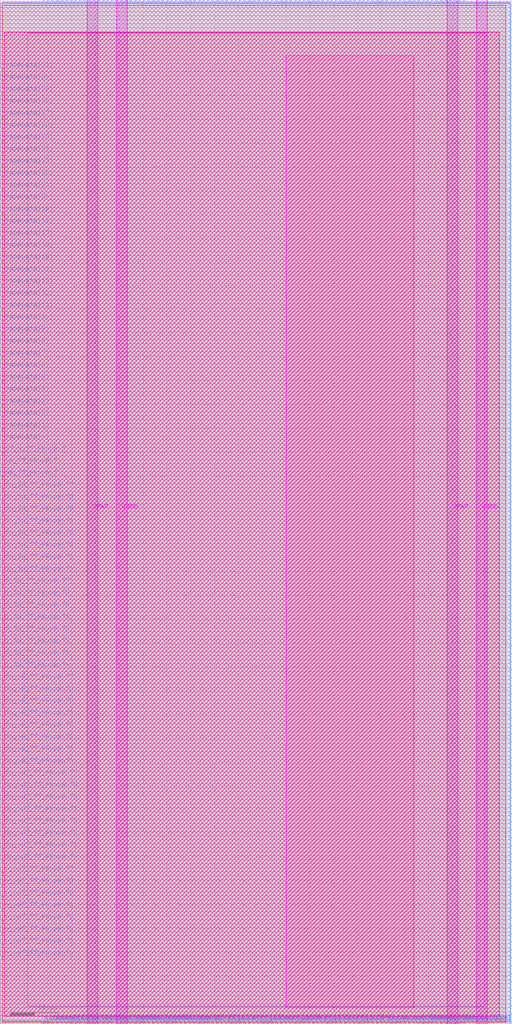
<source format=lef>
VERSION 5.7 ;
  NOWIREEXTENSIONATPIN ON ;
  DIVIDERCHAR "/" ;
  BUSBITCHARS "[]" ;
MACRO W_TT_IF
  CLASS BLOCK ;
  FOREIGN W_TT_IF ;
  ORIGIN 0.000 0.000 ;
  SIZE 107.520 BY 215.040 ;
  PIN CLK_TT_PROJECT
    DIRECTION OUTPUT ;
    USE SIGNAL ;
    ANTENNADIFFAREA 0.708600 ;
    PORT
      LAYER Metal3 ;
        RECT 0.000 116.980 0.400 117.380 ;
    END
  END CLK_TT_PROJECT
  PIN E1BEG[0]
    DIRECTION OUTPUT ;
    USE SIGNAL ;
    ANTENNADIFFAREA 0.708600 ;
    PORT
      LAYER Metal3 ;
        RECT 107.120 80.860 107.520 81.260 ;
    END
  END E1BEG[0]
  PIN E1BEG[1]
    DIRECTION OUTPUT ;
    USE SIGNAL ;
    ANTENNADIFFAREA 0.708600 ;
    PORT
      LAYER Metal3 ;
        RECT 107.120 82.540 107.520 82.940 ;
    END
  END E1BEG[1]
  PIN E1BEG[2]
    DIRECTION OUTPUT ;
    USE SIGNAL ;
    ANTENNADIFFAREA 0.708600 ;
    PORT
      LAYER Metal3 ;
        RECT 107.120 84.220 107.520 84.620 ;
    END
  END E1BEG[2]
  PIN E1BEG[3]
    DIRECTION OUTPUT ;
    USE SIGNAL ;
    ANTENNADIFFAREA 0.708600 ;
    PORT
      LAYER Metal3 ;
        RECT 107.120 85.900 107.520 86.300 ;
    END
  END E1BEG[3]
  PIN E2BEG[0]
    DIRECTION OUTPUT ;
    USE SIGNAL ;
    ANTENNADIFFAREA 0.708600 ;
    PORT
      LAYER Metal3 ;
        RECT 107.120 87.580 107.520 87.980 ;
    END
  END E2BEG[0]
  PIN E2BEG[1]
    DIRECTION OUTPUT ;
    USE SIGNAL ;
    ANTENNADIFFAREA 0.708600 ;
    PORT
      LAYER Metal3 ;
        RECT 107.120 89.260 107.520 89.660 ;
    END
  END E2BEG[1]
  PIN E2BEG[2]
    DIRECTION OUTPUT ;
    USE SIGNAL ;
    ANTENNADIFFAREA 0.708600 ;
    PORT
      LAYER Metal3 ;
        RECT 107.120 90.940 107.520 91.340 ;
    END
  END E2BEG[2]
  PIN E2BEG[3]
    DIRECTION OUTPUT ;
    USE SIGNAL ;
    ANTENNADIFFAREA 0.708600 ;
    PORT
      LAYER Metal3 ;
        RECT 107.120 92.620 107.520 93.020 ;
    END
  END E2BEG[3]
  PIN E2BEG[4]
    DIRECTION OUTPUT ;
    USE SIGNAL ;
    ANTENNADIFFAREA 0.708600 ;
    PORT
      LAYER Metal3 ;
        RECT 107.120 94.300 107.520 94.700 ;
    END
  END E2BEG[4]
  PIN E2BEG[5]
    DIRECTION OUTPUT ;
    USE SIGNAL ;
    ANTENNADIFFAREA 0.708600 ;
    PORT
      LAYER Metal3 ;
        RECT 107.120 95.980 107.520 96.380 ;
    END
  END E2BEG[5]
  PIN E2BEG[6]
    DIRECTION OUTPUT ;
    USE SIGNAL ;
    ANTENNADIFFAREA 0.708600 ;
    PORT
      LAYER Metal3 ;
        RECT 107.120 97.660 107.520 98.060 ;
    END
  END E2BEG[6]
  PIN E2BEG[7]
    DIRECTION OUTPUT ;
    USE SIGNAL ;
    ANTENNADIFFAREA 0.708600 ;
    PORT
      LAYER Metal3 ;
        RECT 107.120 99.340 107.520 99.740 ;
    END
  END E2BEG[7]
  PIN E2BEGb[0]
    DIRECTION OUTPUT ;
    USE SIGNAL ;
    ANTENNADIFFAREA 0.708600 ;
    PORT
      LAYER Metal3 ;
        RECT 107.120 101.020 107.520 101.420 ;
    END
  END E2BEGb[0]
  PIN E2BEGb[1]
    DIRECTION OUTPUT ;
    USE SIGNAL ;
    ANTENNADIFFAREA 0.708600 ;
    PORT
      LAYER Metal3 ;
        RECT 107.120 102.700 107.520 103.100 ;
    END
  END E2BEGb[1]
  PIN E2BEGb[2]
    DIRECTION OUTPUT ;
    USE SIGNAL ;
    ANTENNADIFFAREA 0.708600 ;
    PORT
      LAYER Metal3 ;
        RECT 107.120 104.380 107.520 104.780 ;
    END
  END E2BEGb[2]
  PIN E2BEGb[3]
    DIRECTION OUTPUT ;
    USE SIGNAL ;
    ANTENNADIFFAREA 0.708600 ;
    PORT
      LAYER Metal3 ;
        RECT 107.120 106.060 107.520 106.460 ;
    END
  END E2BEGb[3]
  PIN E2BEGb[4]
    DIRECTION OUTPUT ;
    USE SIGNAL ;
    ANTENNADIFFAREA 0.708600 ;
    PORT
      LAYER Metal3 ;
        RECT 107.120 107.740 107.520 108.140 ;
    END
  END E2BEGb[4]
  PIN E2BEGb[5]
    DIRECTION OUTPUT ;
    USE SIGNAL ;
    ANTENNADIFFAREA 0.708600 ;
    PORT
      LAYER Metal3 ;
        RECT 107.120 109.420 107.520 109.820 ;
    END
  END E2BEGb[5]
  PIN E2BEGb[6]
    DIRECTION OUTPUT ;
    USE SIGNAL ;
    ANTENNADIFFAREA 0.708600 ;
    PORT
      LAYER Metal3 ;
        RECT 107.120 111.100 107.520 111.500 ;
    END
  END E2BEGb[6]
  PIN E2BEGb[7]
    DIRECTION OUTPUT ;
    USE SIGNAL ;
    ANTENNADIFFAREA 0.708600 ;
    PORT
      LAYER Metal3 ;
        RECT 107.120 112.780 107.520 113.180 ;
    END
  END E2BEGb[7]
  PIN E6BEG[0]
    DIRECTION OUTPUT ;
    USE SIGNAL ;
    ANTENNADIFFAREA 0.708600 ;
    PORT
      LAYER Metal3 ;
        RECT 107.120 141.340 107.520 141.740 ;
    END
  END E6BEG[0]
  PIN E6BEG[10]
    DIRECTION OUTPUT ;
    USE SIGNAL ;
    ANTENNADIFFAREA 0.708600 ;
    PORT
      LAYER Metal3 ;
        RECT 107.120 158.140 107.520 158.540 ;
    END
  END E6BEG[10]
  PIN E6BEG[11]
    DIRECTION OUTPUT ;
    USE SIGNAL ;
    ANTENNADIFFAREA 0.708600 ;
    PORT
      LAYER Metal3 ;
        RECT 107.120 159.820 107.520 160.220 ;
    END
  END E6BEG[11]
  PIN E6BEG[1]
    DIRECTION OUTPUT ;
    USE SIGNAL ;
    ANTENNADIFFAREA 0.708600 ;
    PORT
      LAYER Metal3 ;
        RECT 107.120 143.020 107.520 143.420 ;
    END
  END E6BEG[1]
  PIN E6BEG[2]
    DIRECTION OUTPUT ;
    USE SIGNAL ;
    ANTENNADIFFAREA 0.708600 ;
    PORT
      LAYER Metal3 ;
        RECT 107.120 144.700 107.520 145.100 ;
    END
  END E6BEG[2]
  PIN E6BEG[3]
    DIRECTION OUTPUT ;
    USE SIGNAL ;
    ANTENNADIFFAREA 0.708600 ;
    PORT
      LAYER Metal3 ;
        RECT 107.120 146.380 107.520 146.780 ;
    END
  END E6BEG[3]
  PIN E6BEG[4]
    DIRECTION OUTPUT ;
    USE SIGNAL ;
    ANTENNADIFFAREA 0.708600 ;
    PORT
      LAYER Metal3 ;
        RECT 107.120 148.060 107.520 148.460 ;
    END
  END E6BEG[4]
  PIN E6BEG[5]
    DIRECTION OUTPUT ;
    USE SIGNAL ;
    ANTENNADIFFAREA 0.708600 ;
    PORT
      LAYER Metal3 ;
        RECT 107.120 149.740 107.520 150.140 ;
    END
  END E6BEG[5]
  PIN E6BEG[6]
    DIRECTION OUTPUT ;
    USE SIGNAL ;
    ANTENNADIFFAREA 0.708600 ;
    PORT
      LAYER Metal3 ;
        RECT 107.120 151.420 107.520 151.820 ;
    END
  END E6BEG[6]
  PIN E6BEG[7]
    DIRECTION OUTPUT ;
    USE SIGNAL ;
    ANTENNADIFFAREA 0.708600 ;
    PORT
      LAYER Metal3 ;
        RECT 107.120 153.100 107.520 153.500 ;
    END
  END E6BEG[7]
  PIN E6BEG[8]
    DIRECTION OUTPUT ;
    USE SIGNAL ;
    ANTENNADIFFAREA 0.708600 ;
    PORT
      LAYER Metal3 ;
        RECT 107.120 154.780 107.520 155.180 ;
    END
  END E6BEG[8]
  PIN E6BEG[9]
    DIRECTION OUTPUT ;
    USE SIGNAL ;
    ANTENNADIFFAREA 0.708600 ;
    PORT
      LAYER Metal3 ;
        RECT 107.120 156.460 107.520 156.860 ;
    END
  END E6BEG[9]
  PIN EE4BEG[0]
    DIRECTION OUTPUT ;
    USE SIGNAL ;
    ANTENNADIFFAREA 0.708600 ;
    PORT
      LAYER Metal3 ;
        RECT 107.120 114.460 107.520 114.860 ;
    END
  END EE4BEG[0]
  PIN EE4BEG[10]
    DIRECTION OUTPUT ;
    USE SIGNAL ;
    ANTENNADIFFAREA 0.708600 ;
    PORT
      LAYER Metal3 ;
        RECT 107.120 131.260 107.520 131.660 ;
    END
  END EE4BEG[10]
  PIN EE4BEG[11]
    DIRECTION OUTPUT ;
    USE SIGNAL ;
    ANTENNADIFFAREA 0.708600 ;
    PORT
      LAYER Metal3 ;
        RECT 107.120 132.940 107.520 133.340 ;
    END
  END EE4BEG[11]
  PIN EE4BEG[12]
    DIRECTION OUTPUT ;
    USE SIGNAL ;
    ANTENNADIFFAREA 0.708600 ;
    PORT
      LAYER Metal3 ;
        RECT 107.120 134.620 107.520 135.020 ;
    END
  END EE4BEG[12]
  PIN EE4BEG[13]
    DIRECTION OUTPUT ;
    USE SIGNAL ;
    ANTENNADIFFAREA 0.708600 ;
    PORT
      LAYER Metal3 ;
        RECT 107.120 136.300 107.520 136.700 ;
    END
  END EE4BEG[13]
  PIN EE4BEG[14]
    DIRECTION OUTPUT ;
    USE SIGNAL ;
    ANTENNADIFFAREA 0.708600 ;
    PORT
      LAYER Metal3 ;
        RECT 107.120 137.980 107.520 138.380 ;
    END
  END EE4BEG[14]
  PIN EE4BEG[15]
    DIRECTION OUTPUT ;
    USE SIGNAL ;
    ANTENNADIFFAREA 0.708600 ;
    PORT
      LAYER Metal3 ;
        RECT 107.120 139.660 107.520 140.060 ;
    END
  END EE4BEG[15]
  PIN EE4BEG[1]
    DIRECTION OUTPUT ;
    USE SIGNAL ;
    ANTENNADIFFAREA 0.708600 ;
    PORT
      LAYER Metal3 ;
        RECT 107.120 116.140 107.520 116.540 ;
    END
  END EE4BEG[1]
  PIN EE4BEG[2]
    DIRECTION OUTPUT ;
    USE SIGNAL ;
    ANTENNADIFFAREA 0.708600 ;
    PORT
      LAYER Metal3 ;
        RECT 107.120 117.820 107.520 118.220 ;
    END
  END EE4BEG[2]
  PIN EE4BEG[3]
    DIRECTION OUTPUT ;
    USE SIGNAL ;
    ANTENNADIFFAREA 0.708600 ;
    PORT
      LAYER Metal3 ;
        RECT 107.120 119.500 107.520 119.900 ;
    END
  END EE4BEG[3]
  PIN EE4BEG[4]
    DIRECTION OUTPUT ;
    USE SIGNAL ;
    ANTENNADIFFAREA 0.708600 ;
    PORT
      LAYER Metal3 ;
        RECT 107.120 121.180 107.520 121.580 ;
    END
  END EE4BEG[4]
  PIN EE4BEG[5]
    DIRECTION OUTPUT ;
    USE SIGNAL ;
    ANTENNADIFFAREA 0.708600 ;
    PORT
      LAYER Metal3 ;
        RECT 107.120 122.860 107.520 123.260 ;
    END
  END EE4BEG[5]
  PIN EE4BEG[6]
    DIRECTION OUTPUT ;
    USE SIGNAL ;
    ANTENNADIFFAREA 0.708600 ;
    PORT
      LAYER Metal3 ;
        RECT 107.120 124.540 107.520 124.940 ;
    END
  END EE4BEG[6]
  PIN EE4BEG[7]
    DIRECTION OUTPUT ;
    USE SIGNAL ;
    ANTENNADIFFAREA 0.708600 ;
    PORT
      LAYER Metal3 ;
        RECT 107.120 126.220 107.520 126.620 ;
    END
  END EE4BEG[7]
  PIN EE4BEG[8]
    DIRECTION OUTPUT ;
    USE SIGNAL ;
    ANTENNADIFFAREA 0.708600 ;
    PORT
      LAYER Metal3 ;
        RECT 107.120 127.900 107.520 128.300 ;
    END
  END EE4BEG[8]
  PIN EE4BEG[9]
    DIRECTION OUTPUT ;
    USE SIGNAL ;
    ANTENNADIFFAREA 0.708600 ;
    PORT
      LAYER Metal3 ;
        RECT 107.120 129.580 107.520 129.980 ;
    END
  END EE4BEG[9]
  PIN ENA_TT_PROJECT
    DIRECTION OUTPUT ;
    USE SIGNAL ;
    ANTENNADIFFAREA 0.677200 ;
    PORT
      LAYER Metal3 ;
        RECT 0.000 114.460 0.400 114.860 ;
    END
  END ENA_TT_PROJECT
  PIN FrameData[0]
    DIRECTION INPUT ;
    USE SIGNAL ;
    ANTENNAGATEAREA 1.626300 ;
    PORT
      LAYER Metal3 ;
        RECT 0.000 122.020 0.400 122.420 ;
    END
  END FrameData[0]
  PIN FrameData[10]
    DIRECTION INPUT ;
    USE SIGNAL ;
    ANTENNAGATEAREA 1.807000 ;
    PORT
      LAYER Metal3 ;
        RECT 0.000 147.220 0.400 147.620 ;
    END
  END FrameData[10]
  PIN FrameData[11]
    DIRECTION INPUT ;
    USE SIGNAL ;
    ANTENNAGATEAREA 1.807000 ;
    PORT
      LAYER Metal3 ;
        RECT 0.000 149.740 0.400 150.140 ;
    END
  END FrameData[11]
  PIN FrameData[12]
    DIRECTION INPUT ;
    USE SIGNAL ;
    ANTENNAGATEAREA 1.807000 ;
    PORT
      LAYER Metal3 ;
        RECT 0.000 152.260 0.400 152.660 ;
    END
  END FrameData[12]
  PIN FrameData[13]
    DIRECTION INPUT ;
    USE SIGNAL ;
    ANTENNAGATEAREA 1.807000 ;
    PORT
      LAYER Metal3 ;
        RECT 0.000 154.780 0.400 155.180 ;
    END
  END FrameData[13]
  PIN FrameData[14]
    DIRECTION INPUT ;
    USE SIGNAL ;
    ANTENNAGATEAREA 1.807000 ;
    PORT
      LAYER Metal3 ;
        RECT 0.000 157.300 0.400 157.700 ;
    END
  END FrameData[14]
  PIN FrameData[15]
    DIRECTION INPUT ;
    USE SIGNAL ;
    ANTENNAGATEAREA 1.807000 ;
    PORT
      LAYER Metal3 ;
        RECT 0.000 159.820 0.400 160.220 ;
    END
  END FrameData[15]
  PIN FrameData[16]
    DIRECTION INPUT ;
    USE SIGNAL ;
    ANTENNAGATEAREA 1.807000 ;
    PORT
      LAYER Metal3 ;
        RECT 0.000 162.340 0.400 162.740 ;
    END
  END FrameData[16]
  PIN FrameData[17]
    DIRECTION INPUT ;
    USE SIGNAL ;
    ANTENNAGATEAREA 1.807000 ;
    PORT
      LAYER Metal3 ;
        RECT 0.000 164.860 0.400 165.260 ;
    END
  END FrameData[17]
  PIN FrameData[18]
    DIRECTION INPUT ;
    USE SIGNAL ;
    ANTENNAGATEAREA 1.807000 ;
    PORT
      LAYER Metal3 ;
        RECT 0.000 167.380 0.400 167.780 ;
    END
  END FrameData[18]
  PIN FrameData[19]
    DIRECTION INPUT ;
    USE SIGNAL ;
    ANTENNAGATEAREA 1.807000 ;
    PORT
      LAYER Metal3 ;
        RECT 0.000 169.900 0.400 170.300 ;
    END
  END FrameData[19]
  PIN FrameData[1]
    DIRECTION INPUT ;
    USE SIGNAL ;
    ANTENNAGATEAREA 1.626300 ;
    PORT
      LAYER Metal3 ;
        RECT 0.000 124.540 0.400 124.940 ;
    END
  END FrameData[1]
  PIN FrameData[20]
    DIRECTION INPUT ;
    USE SIGNAL ;
    ANTENNAGATEAREA 1.807000 ;
    PORT
      LAYER Metal3 ;
        RECT 0.000 172.420 0.400 172.820 ;
    END
  END FrameData[20]
  PIN FrameData[21]
    DIRECTION INPUT ;
    USE SIGNAL ;
    ANTENNAGATEAREA 1.807000 ;
    PORT
      LAYER Metal3 ;
        RECT 0.000 174.940 0.400 175.340 ;
    END
  END FrameData[21]
  PIN FrameData[22]
    DIRECTION INPUT ;
    USE SIGNAL ;
    ANTENNAGATEAREA 1.807000 ;
    PORT
      LAYER Metal3 ;
        RECT 0.000 177.460 0.400 177.860 ;
    END
  END FrameData[22]
  PIN FrameData[23]
    DIRECTION INPUT ;
    USE SIGNAL ;
    ANTENNAGATEAREA 1.807000 ;
    PORT
      LAYER Metal3 ;
        RECT 0.000 179.980 0.400 180.380 ;
    END
  END FrameData[23]
  PIN FrameData[24]
    DIRECTION INPUT ;
    USE SIGNAL ;
    ANTENNAGATEAREA 1.807000 ;
    PORT
      LAYER Metal3 ;
        RECT 0.000 182.500 0.400 182.900 ;
    END
  END FrameData[24]
  PIN FrameData[25]
    DIRECTION INPUT ;
    USE SIGNAL ;
    ANTENNAGATEAREA 1.807000 ;
    PORT
      LAYER Metal3 ;
        RECT 0.000 185.020 0.400 185.420 ;
    END
  END FrameData[25]
  PIN FrameData[26]
    DIRECTION INPUT ;
    USE SIGNAL ;
    ANTENNAGATEAREA 1.807000 ;
    PORT
      LAYER Metal3 ;
        RECT 0.000 187.540 0.400 187.940 ;
    END
  END FrameData[26]
  PIN FrameData[27]
    DIRECTION INPUT ;
    USE SIGNAL ;
    ANTENNAGATEAREA 1.807000 ;
    PORT
      LAYER Metal3 ;
        RECT 0.000 190.060 0.400 190.460 ;
    END
  END FrameData[27]
  PIN FrameData[28]
    DIRECTION INPUT ;
    USE SIGNAL ;
    ANTENNAGATEAREA 1.807000 ;
    PORT
      LAYER Metal3 ;
        RECT 0.000 192.580 0.400 192.980 ;
    END
  END FrameData[28]
  PIN FrameData[29]
    DIRECTION INPUT ;
    USE SIGNAL ;
    ANTENNAGATEAREA 1.807000 ;
    PORT
      LAYER Metal3 ;
        RECT 0.000 195.100 0.400 195.500 ;
    END
  END FrameData[29]
  PIN FrameData[2]
    DIRECTION INPUT ;
    USE SIGNAL ;
    ANTENNAGATEAREA 1.626300 ;
    PORT
      LAYER Metal3 ;
        RECT 0.000 127.060 0.400 127.460 ;
    END
  END FrameData[2]
  PIN FrameData[30]
    DIRECTION INPUT ;
    USE SIGNAL ;
    ANTENNAGATEAREA 1.807000 ;
    PORT
      LAYER Metal3 ;
        RECT 0.000 197.620 0.400 198.020 ;
    END
  END FrameData[30]
  PIN FrameData[31]
    DIRECTION INPUT ;
    USE SIGNAL ;
    ANTENNAGATEAREA 1.807000 ;
    PORT
      LAYER Metal3 ;
        RECT 0.000 200.140 0.400 200.540 ;
    END
  END FrameData[31]
  PIN FrameData[3]
    DIRECTION INPUT ;
    USE SIGNAL ;
    ANTENNAGATEAREA 1.626300 ;
    PORT
      LAYER Metal3 ;
        RECT 0.000 129.580 0.400 129.980 ;
    END
  END FrameData[3]
  PIN FrameData[4]
    DIRECTION INPUT ;
    USE SIGNAL ;
    ANTENNAGATEAREA 1.626300 ;
    PORT
      LAYER Metal3 ;
        RECT 0.000 132.100 0.400 132.500 ;
    END
  END FrameData[4]
  PIN FrameData[5]
    DIRECTION INPUT ;
    USE SIGNAL ;
    ANTENNAGATEAREA 1.626300 ;
    PORT
      LAYER Metal3 ;
        RECT 0.000 134.620 0.400 135.020 ;
    END
  END FrameData[5]
  PIN FrameData[6]
    DIRECTION INPUT ;
    USE SIGNAL ;
    ANTENNAGATEAREA 1.626300 ;
    PORT
      LAYER Metal3 ;
        RECT 0.000 137.140 0.400 137.540 ;
    END
  END FrameData[6]
  PIN FrameData[7]
    DIRECTION INPUT ;
    USE SIGNAL ;
    ANTENNAGATEAREA 1.626300 ;
    PORT
      LAYER Metal3 ;
        RECT 0.000 139.660 0.400 140.060 ;
    END
  END FrameData[7]
  PIN FrameData[8]
    DIRECTION INPUT ;
    USE SIGNAL ;
    ANTENNAGATEAREA 1.626300 ;
    PORT
      LAYER Metal3 ;
        RECT 0.000 142.180 0.400 142.580 ;
    END
  END FrameData[8]
  PIN FrameData[9]
    DIRECTION INPUT ;
    USE SIGNAL ;
    ANTENNAGATEAREA 1.626300 ;
    PORT
      LAYER Metal3 ;
        RECT 0.000 144.700 0.400 145.100 ;
    END
  END FrameData[9]
  PIN FrameData_O[0]
    DIRECTION OUTPUT ;
    USE SIGNAL ;
    ANTENNADIFFAREA 0.708600 ;
    PORT
      LAYER Metal3 ;
        RECT 107.120 161.500 107.520 161.900 ;
    END
  END FrameData_O[0]
  PIN FrameData_O[10]
    DIRECTION OUTPUT ;
    USE SIGNAL ;
    ANTENNADIFFAREA 0.708600 ;
    PORT
      LAYER Metal3 ;
        RECT 107.120 178.300 107.520 178.700 ;
    END
  END FrameData_O[10]
  PIN FrameData_O[11]
    DIRECTION OUTPUT ;
    USE SIGNAL ;
    ANTENNADIFFAREA 0.708600 ;
    PORT
      LAYER Metal3 ;
        RECT 107.120 179.980 107.520 180.380 ;
    END
  END FrameData_O[11]
  PIN FrameData_O[12]
    DIRECTION OUTPUT ;
    USE SIGNAL ;
    ANTENNADIFFAREA 0.708600 ;
    PORT
      LAYER Metal3 ;
        RECT 107.120 181.660 107.520 182.060 ;
    END
  END FrameData_O[12]
  PIN FrameData_O[13]
    DIRECTION OUTPUT ;
    USE SIGNAL ;
    ANTENNADIFFAREA 0.708600 ;
    PORT
      LAYER Metal3 ;
        RECT 107.120 183.340 107.520 183.740 ;
    END
  END FrameData_O[13]
  PIN FrameData_O[14]
    DIRECTION OUTPUT ;
    USE SIGNAL ;
    ANTENNADIFFAREA 0.708600 ;
    PORT
      LAYER Metal3 ;
        RECT 107.120 185.020 107.520 185.420 ;
    END
  END FrameData_O[14]
  PIN FrameData_O[15]
    DIRECTION OUTPUT ;
    USE SIGNAL ;
    ANTENNADIFFAREA 0.708600 ;
    PORT
      LAYER Metal3 ;
        RECT 107.120 186.700 107.520 187.100 ;
    END
  END FrameData_O[15]
  PIN FrameData_O[16]
    DIRECTION OUTPUT ;
    USE SIGNAL ;
    ANTENNADIFFAREA 0.708600 ;
    PORT
      LAYER Metal3 ;
        RECT 107.120 188.380 107.520 188.780 ;
    END
  END FrameData_O[16]
  PIN FrameData_O[17]
    DIRECTION OUTPUT ;
    USE SIGNAL ;
    ANTENNADIFFAREA 0.708600 ;
    PORT
      LAYER Metal3 ;
        RECT 107.120 190.060 107.520 190.460 ;
    END
  END FrameData_O[17]
  PIN FrameData_O[18]
    DIRECTION OUTPUT ;
    USE SIGNAL ;
    ANTENNADIFFAREA 0.708600 ;
    PORT
      LAYER Metal3 ;
        RECT 107.120 191.740 107.520 192.140 ;
    END
  END FrameData_O[18]
  PIN FrameData_O[19]
    DIRECTION OUTPUT ;
    USE SIGNAL ;
    ANTENNADIFFAREA 0.708600 ;
    PORT
      LAYER Metal3 ;
        RECT 107.120 193.420 107.520 193.820 ;
    END
  END FrameData_O[19]
  PIN FrameData_O[1]
    DIRECTION OUTPUT ;
    USE SIGNAL ;
    ANTENNADIFFAREA 0.708600 ;
    PORT
      LAYER Metal3 ;
        RECT 107.120 163.180 107.520 163.580 ;
    END
  END FrameData_O[1]
  PIN FrameData_O[20]
    DIRECTION OUTPUT ;
    USE SIGNAL ;
    ANTENNADIFFAREA 0.708600 ;
    PORT
      LAYER Metal3 ;
        RECT 107.120 195.100 107.520 195.500 ;
    END
  END FrameData_O[20]
  PIN FrameData_O[21]
    DIRECTION OUTPUT ;
    USE SIGNAL ;
    ANTENNADIFFAREA 0.708600 ;
    PORT
      LAYER Metal3 ;
        RECT 107.120 196.780 107.520 197.180 ;
    END
  END FrameData_O[21]
  PIN FrameData_O[22]
    DIRECTION OUTPUT ;
    USE SIGNAL ;
    ANTENNADIFFAREA 0.708600 ;
    PORT
      LAYER Metal3 ;
        RECT 107.120 198.460 107.520 198.860 ;
    END
  END FrameData_O[22]
  PIN FrameData_O[23]
    DIRECTION OUTPUT ;
    USE SIGNAL ;
    ANTENNADIFFAREA 0.708600 ;
    PORT
      LAYER Metal3 ;
        RECT 107.120 200.140 107.520 200.540 ;
    END
  END FrameData_O[23]
  PIN FrameData_O[24]
    DIRECTION OUTPUT ;
    USE SIGNAL ;
    ANTENNADIFFAREA 0.708600 ;
    PORT
      LAYER Metal3 ;
        RECT 107.120 201.820 107.520 202.220 ;
    END
  END FrameData_O[24]
  PIN FrameData_O[25]
    DIRECTION OUTPUT ;
    USE SIGNAL ;
    ANTENNADIFFAREA 0.708600 ;
    PORT
      LAYER Metal3 ;
        RECT 107.120 203.500 107.520 203.900 ;
    END
  END FrameData_O[25]
  PIN FrameData_O[26]
    DIRECTION OUTPUT ;
    USE SIGNAL ;
    ANTENNADIFFAREA 0.708600 ;
    PORT
      LAYER Metal3 ;
        RECT 107.120 205.180 107.520 205.580 ;
    END
  END FrameData_O[26]
  PIN FrameData_O[27]
    DIRECTION OUTPUT ;
    USE SIGNAL ;
    ANTENNADIFFAREA 0.708600 ;
    PORT
      LAYER Metal3 ;
        RECT 107.120 206.860 107.520 207.260 ;
    END
  END FrameData_O[27]
  PIN FrameData_O[28]
    DIRECTION OUTPUT ;
    USE SIGNAL ;
    ANTENNADIFFAREA 0.708600 ;
    PORT
      LAYER Metal3 ;
        RECT 107.120 208.540 107.520 208.940 ;
    END
  END FrameData_O[28]
  PIN FrameData_O[29]
    DIRECTION OUTPUT ;
    USE SIGNAL ;
    ANTENNADIFFAREA 0.708600 ;
    PORT
      LAYER Metal3 ;
        RECT 107.120 210.220 107.520 210.620 ;
    END
  END FrameData_O[29]
  PIN FrameData_O[2]
    DIRECTION OUTPUT ;
    USE SIGNAL ;
    ANTENNADIFFAREA 0.708600 ;
    PORT
      LAYER Metal3 ;
        RECT 107.120 164.860 107.520 165.260 ;
    END
  END FrameData_O[2]
  PIN FrameData_O[30]
    DIRECTION OUTPUT ;
    USE SIGNAL ;
    ANTENNADIFFAREA 0.708600 ;
    PORT
      LAYER Metal3 ;
        RECT 107.120 211.900 107.520 212.300 ;
    END
  END FrameData_O[30]
  PIN FrameData_O[31]
    DIRECTION OUTPUT ;
    USE SIGNAL ;
    ANTENNADIFFAREA 0.708600 ;
    PORT
      LAYER Metal3 ;
        RECT 107.120 213.580 107.520 213.980 ;
    END
  END FrameData_O[31]
  PIN FrameData_O[3]
    DIRECTION OUTPUT ;
    USE SIGNAL ;
    ANTENNADIFFAREA 0.708600 ;
    PORT
      LAYER Metal3 ;
        RECT 107.120 166.540 107.520 166.940 ;
    END
  END FrameData_O[3]
  PIN FrameData_O[4]
    DIRECTION OUTPUT ;
    USE SIGNAL ;
    ANTENNADIFFAREA 0.708600 ;
    PORT
      LAYER Metal3 ;
        RECT 107.120 168.220 107.520 168.620 ;
    END
  END FrameData_O[4]
  PIN FrameData_O[5]
    DIRECTION OUTPUT ;
    USE SIGNAL ;
    ANTENNADIFFAREA 0.708600 ;
    PORT
      LAYER Metal3 ;
        RECT 107.120 169.900 107.520 170.300 ;
    END
  END FrameData_O[5]
  PIN FrameData_O[6]
    DIRECTION OUTPUT ;
    USE SIGNAL ;
    ANTENNADIFFAREA 0.708600 ;
    PORT
      LAYER Metal3 ;
        RECT 107.120 171.580 107.520 171.980 ;
    END
  END FrameData_O[6]
  PIN FrameData_O[7]
    DIRECTION OUTPUT ;
    USE SIGNAL ;
    ANTENNADIFFAREA 0.708600 ;
    PORT
      LAYER Metal3 ;
        RECT 107.120 173.260 107.520 173.660 ;
    END
  END FrameData_O[7]
  PIN FrameData_O[8]
    DIRECTION OUTPUT ;
    USE SIGNAL ;
    ANTENNADIFFAREA 0.708600 ;
    PORT
      LAYER Metal3 ;
        RECT 107.120 174.940 107.520 175.340 ;
    END
  END FrameData_O[8]
  PIN FrameData_O[9]
    DIRECTION OUTPUT ;
    USE SIGNAL ;
    ANTENNADIFFAREA 0.708600 ;
    PORT
      LAYER Metal3 ;
        RECT 107.120 176.620 107.520 177.020 ;
    END
  END FrameData_O[9]
  PIN FrameStrobe[0]
    DIRECTION INPUT ;
    USE SIGNAL ;
    ANTENNAGATEAREA 6.753500 ;
    PORT
      LAYER Metal2 ;
        RECT 79.000 0.000 79.400 0.400 ;
    END
  END FrameStrobe[0]
  PIN FrameStrobe[10]
    DIRECTION INPUT ;
    USE SIGNAL ;
    ANTENNAGATEAREA 0.180700 ;
    PORT
      LAYER Metal2 ;
        RECT 88.600 0.000 89.000 0.400 ;
    END
  END FrameStrobe[10]
  PIN FrameStrobe[11]
    DIRECTION INPUT ;
    USE SIGNAL ;
    ANTENNAGATEAREA 0.789100 ;
    ANTENNADIFFAREA 2.015400 ;
    PORT
      LAYER Metal2 ;
        RECT 89.560 0.000 89.960 0.400 ;
    END
  END FrameStrobe[11]
  PIN FrameStrobe[12]
    DIRECTION INPUT ;
    USE SIGNAL ;
    ANTENNAGATEAREA 0.789100 ;
    ANTENNADIFFAREA 2.015400 ;
    PORT
      LAYER Metal2 ;
        RECT 90.520 0.000 90.920 0.400 ;
    END
  END FrameStrobe[12]
  PIN FrameStrobe[13]
    DIRECTION INPUT ;
    USE SIGNAL ;
    ANTENNAGATEAREA 0.789100 ;
    ANTENNADIFFAREA 2.015400 ;
    PORT
      LAYER Metal2 ;
        RECT 91.480 0.000 91.880 0.400 ;
    END
  END FrameStrobe[13]
  PIN FrameStrobe[14]
    DIRECTION INPUT ;
    USE SIGNAL ;
    ANTENNAGATEAREA 0.789100 ;
    ANTENNADIFFAREA 2.015400 ;
    PORT
      LAYER Metal2 ;
        RECT 92.440 0.000 92.840 0.400 ;
    END
  END FrameStrobe[14]
  PIN FrameStrobe[15]
    DIRECTION INPUT ;
    USE SIGNAL ;
    ANTENNAGATEAREA 0.789100 ;
    ANTENNADIFFAREA 2.015400 ;
    PORT
      LAYER Metal2 ;
        RECT 93.400 0.000 93.800 0.400 ;
    END
  END FrameStrobe[15]
  PIN FrameStrobe[16]
    DIRECTION INPUT ;
    USE SIGNAL ;
    ANTENNAGATEAREA 0.789100 ;
    ANTENNADIFFAREA 2.015400 ;
    PORT
      LAYER Metal2 ;
        RECT 94.360 0.000 94.760 0.400 ;
    END
  END FrameStrobe[16]
  PIN FrameStrobe[17]
    DIRECTION INPUT ;
    USE SIGNAL ;
    ANTENNAGATEAREA 0.789100 ;
    ANTENNADIFFAREA 2.015400 ;
    PORT
      LAYER Metal2 ;
        RECT 95.320 0.000 95.720 0.400 ;
    END
  END FrameStrobe[17]
  PIN FrameStrobe[18]
    DIRECTION INPUT ;
    USE SIGNAL ;
    ANTENNAGATEAREA 0.789100 ;
    ANTENNADIFFAREA 2.015400 ;
    PORT
      LAYER Metal2 ;
        RECT 96.280 0.000 96.680 0.400 ;
    END
  END FrameStrobe[18]
  PIN FrameStrobe[19]
    DIRECTION INPUT ;
    USE SIGNAL ;
    ANTENNAGATEAREA 0.180700 ;
    PORT
      LAYER Metal2 ;
        RECT 97.240 0.000 97.640 0.400 ;
    END
  END FrameStrobe[19]
  PIN FrameStrobe[1]
    DIRECTION INPUT ;
    USE SIGNAL ;
    ANTENNAGATEAREA 6.753500 ;
    PORT
      LAYER Metal2 ;
        RECT 79.960 0.000 80.360 0.400 ;
    END
  END FrameStrobe[1]
  PIN FrameStrobe[2]
    DIRECTION INPUT ;
    USE SIGNAL ;
    ANTENNAGATEAREA 6.753500 ;
    PORT
      LAYER Metal2 ;
        RECT 80.920 0.000 81.320 0.400 ;
    END
  END FrameStrobe[2]
  PIN FrameStrobe[3]
    DIRECTION INPUT ;
    USE SIGNAL ;
    ANTENNAGATEAREA 6.753500 ;
    PORT
      LAYER Metal2 ;
        RECT 81.880 0.000 82.280 0.400 ;
    END
  END FrameStrobe[3]
  PIN FrameStrobe[4]
    DIRECTION INPUT ;
    USE SIGNAL ;
    ANTENNAGATEAREA 6.753500 ;
    PORT
      LAYER Metal2 ;
        RECT 82.840 0.000 83.240 0.400 ;
    END
  END FrameStrobe[4]
  PIN FrameStrobe[5]
    DIRECTION INPUT ;
    USE SIGNAL ;
    ANTENNAGATEAREA 6.753500 ;
    PORT
      LAYER Metal2 ;
        RECT 83.800 0.000 84.200 0.400 ;
    END
  END FrameStrobe[5]
  PIN FrameStrobe[6]
    DIRECTION INPUT ;
    USE SIGNAL ;
    ANTENNAGATEAREA 6.753500 ;
    PORT
      LAYER Metal2 ;
        RECT 84.760 0.000 85.160 0.400 ;
    END
  END FrameStrobe[6]
  PIN FrameStrobe[7]
    DIRECTION INPUT ;
    USE SIGNAL ;
    ANTENNAGATEAREA 6.753500 ;
    PORT
      LAYER Metal2 ;
        RECT 85.720 0.000 86.120 0.400 ;
    END
  END FrameStrobe[7]
  PIN FrameStrobe[8]
    DIRECTION INPUT ;
    USE SIGNAL ;
    ANTENNAGATEAREA 4.699500 ;
    PORT
      LAYER Metal2 ;
        RECT 86.680 0.000 87.080 0.400 ;
    END
  END FrameStrobe[8]
  PIN FrameStrobe[9]
    DIRECTION INPUT ;
    USE SIGNAL ;
    ANTENNAGATEAREA 0.789100 ;
    ANTENNADIFFAREA 2.015400 ;
    PORT
      LAYER Metal2 ;
        RECT 87.640 0.000 88.040 0.400 ;
    END
  END FrameStrobe[9]
  PIN FrameStrobe_O[0]
    DIRECTION OUTPUT ;
    USE SIGNAL ;
    ANTENNADIFFAREA 0.708600 ;
    PORT
      LAYER Metal2 ;
        RECT 79.000 214.640 79.400 215.040 ;
    END
  END FrameStrobe_O[0]
  PIN FrameStrobe_O[10]
    DIRECTION OUTPUT ;
    USE SIGNAL ;
    ANTENNADIFFAREA 0.708600 ;
    PORT
      LAYER Metal2 ;
        RECT 88.600 214.640 89.000 215.040 ;
    END
  END FrameStrobe_O[10]
  PIN FrameStrobe_O[11]
    DIRECTION OUTPUT ;
    USE SIGNAL ;
    ANTENNADIFFAREA 0.708600 ;
    PORT
      LAYER Metal2 ;
        RECT 89.560 214.640 89.960 215.040 ;
    END
  END FrameStrobe_O[11]
  PIN FrameStrobe_O[12]
    DIRECTION OUTPUT ;
    USE SIGNAL ;
    ANTENNADIFFAREA 0.708600 ;
    PORT
      LAYER Metal2 ;
        RECT 90.520 214.640 90.920 215.040 ;
    END
  END FrameStrobe_O[12]
  PIN FrameStrobe_O[13]
    DIRECTION OUTPUT ;
    USE SIGNAL ;
    ANTENNADIFFAREA 0.708600 ;
    PORT
      LAYER Metal2 ;
        RECT 91.480 214.640 91.880 215.040 ;
    END
  END FrameStrobe_O[13]
  PIN FrameStrobe_O[14]
    DIRECTION OUTPUT ;
    USE SIGNAL ;
    ANTENNADIFFAREA 0.708600 ;
    PORT
      LAYER Metal2 ;
        RECT 92.440 214.640 92.840 215.040 ;
    END
  END FrameStrobe_O[14]
  PIN FrameStrobe_O[15]
    DIRECTION OUTPUT ;
    USE SIGNAL ;
    ANTENNADIFFAREA 0.708600 ;
    PORT
      LAYER Metal2 ;
        RECT 93.400 214.640 93.800 215.040 ;
    END
  END FrameStrobe_O[15]
  PIN FrameStrobe_O[16]
    DIRECTION OUTPUT ;
    USE SIGNAL ;
    ANTENNADIFFAREA 0.708600 ;
    PORT
      LAYER Metal2 ;
        RECT 94.360 214.640 94.760 215.040 ;
    END
  END FrameStrobe_O[16]
  PIN FrameStrobe_O[17]
    DIRECTION OUTPUT ;
    USE SIGNAL ;
    ANTENNADIFFAREA 0.708600 ;
    PORT
      LAYER Metal2 ;
        RECT 95.320 214.640 95.720 215.040 ;
    END
  END FrameStrobe_O[17]
  PIN FrameStrobe_O[18]
    DIRECTION OUTPUT ;
    USE SIGNAL ;
    ANTENNADIFFAREA 0.708600 ;
    PORT
      LAYER Metal2 ;
        RECT 96.280 214.640 96.680 215.040 ;
    END
  END FrameStrobe_O[18]
  PIN FrameStrobe_O[19]
    DIRECTION OUTPUT ;
    USE SIGNAL ;
    ANTENNADIFFAREA 0.708600 ;
    PORT
      LAYER Metal2 ;
        RECT 97.240 214.640 97.640 215.040 ;
    END
  END FrameStrobe_O[19]
  PIN FrameStrobe_O[1]
    DIRECTION OUTPUT ;
    USE SIGNAL ;
    ANTENNADIFFAREA 0.708600 ;
    PORT
      LAYER Metal2 ;
        RECT 79.960 214.640 80.360 215.040 ;
    END
  END FrameStrobe_O[1]
  PIN FrameStrobe_O[2]
    DIRECTION OUTPUT ;
    USE SIGNAL ;
    ANTENNADIFFAREA 0.708600 ;
    PORT
      LAYER Metal2 ;
        RECT 80.920 214.640 81.320 215.040 ;
    END
  END FrameStrobe_O[2]
  PIN FrameStrobe_O[3]
    DIRECTION OUTPUT ;
    USE SIGNAL ;
    ANTENNADIFFAREA 0.708600 ;
    PORT
      LAYER Metal2 ;
        RECT 81.880 214.640 82.280 215.040 ;
    END
  END FrameStrobe_O[3]
  PIN FrameStrobe_O[4]
    DIRECTION OUTPUT ;
    USE SIGNAL ;
    ANTENNADIFFAREA 0.708600 ;
    PORT
      LAYER Metal2 ;
        RECT 82.840 214.640 83.240 215.040 ;
    END
  END FrameStrobe_O[4]
  PIN FrameStrobe_O[5]
    DIRECTION OUTPUT ;
    USE SIGNAL ;
    ANTENNADIFFAREA 0.708600 ;
    PORT
      LAYER Metal2 ;
        RECT 83.800 214.640 84.200 215.040 ;
    END
  END FrameStrobe_O[5]
  PIN FrameStrobe_O[6]
    DIRECTION OUTPUT ;
    USE SIGNAL ;
    ANTENNADIFFAREA 0.708600 ;
    PORT
      LAYER Metal2 ;
        RECT 84.760 214.640 85.160 215.040 ;
    END
  END FrameStrobe_O[6]
  PIN FrameStrobe_O[7]
    DIRECTION OUTPUT ;
    USE SIGNAL ;
    ANTENNADIFFAREA 0.708600 ;
    PORT
      LAYER Metal2 ;
        RECT 85.720 214.640 86.120 215.040 ;
    END
  END FrameStrobe_O[7]
  PIN FrameStrobe_O[8]
    DIRECTION OUTPUT ;
    USE SIGNAL ;
    ANTENNADIFFAREA 0.708600 ;
    PORT
      LAYER Metal2 ;
        RECT 86.680 214.640 87.080 215.040 ;
    END
  END FrameStrobe_O[8]
  PIN FrameStrobe_O[9]
    DIRECTION OUTPUT ;
    USE SIGNAL ;
    ANTENNADIFFAREA 0.708600 ;
    PORT
      LAYER Metal2 ;
        RECT 87.640 214.640 88.040 215.040 ;
    END
  END FrameStrobe_O[9]
  PIN N1BEG[0]
    DIRECTION OUTPUT ;
    USE SIGNAL ;
    ANTENNADIFFAREA 0.708600 ;
    PORT
      LAYER Metal2 ;
        RECT 8.920 214.640 9.320 215.040 ;
    END
  END N1BEG[0]
  PIN N1BEG[1]
    DIRECTION OUTPUT ;
    USE SIGNAL ;
    ANTENNADIFFAREA 0.708600 ;
    PORT
      LAYER Metal2 ;
        RECT 9.880 214.640 10.280 215.040 ;
    END
  END N1BEG[1]
  PIN N1BEG[2]
    DIRECTION OUTPUT ;
    USE SIGNAL ;
    ANTENNADIFFAREA 0.708600 ;
    PORT
      LAYER Metal2 ;
        RECT 10.840 214.640 11.240 215.040 ;
    END
  END N1BEG[2]
  PIN N1BEG[3]
    DIRECTION OUTPUT ;
    USE SIGNAL ;
    ANTENNADIFFAREA 0.708600 ;
    PORT
      LAYER Metal2 ;
        RECT 11.800 214.640 12.200 215.040 ;
    END
  END N1BEG[3]
  PIN N1END[0]
    DIRECTION INPUT ;
    USE SIGNAL ;
    ANTENNAGATEAREA 1.311700 ;
    PORT
      LAYER Metal2 ;
        RECT 8.920 0.000 9.320 0.400 ;
    END
  END N1END[0]
  PIN N1END[1]
    DIRECTION INPUT ;
    USE SIGNAL ;
    ANTENNAGATEAREA 1.311700 ;
    PORT
      LAYER Metal2 ;
        RECT 9.880 0.000 10.280 0.400 ;
    END
  END N1END[1]
  PIN N1END[2]
    DIRECTION INPUT ;
    USE SIGNAL ;
    ANTENNAGATEAREA 1.311700 ;
    PORT
      LAYER Metal2 ;
        RECT 10.840 0.000 11.240 0.400 ;
    END
  END N1END[2]
  PIN N1END[3]
    DIRECTION INPUT ;
    USE SIGNAL ;
    ANTENNAGATEAREA 1.311700 ;
    PORT
      LAYER Metal2 ;
        RECT 11.800 0.000 12.200 0.400 ;
    END
  END N1END[3]
  PIN N2BEG[0]
    DIRECTION OUTPUT ;
    USE SIGNAL ;
    ANTENNADIFFAREA 0.708600 ;
    PORT
      LAYER Metal2 ;
        RECT 12.760 214.640 13.160 215.040 ;
    END
  END N2BEG[0]
  PIN N2BEG[1]
    DIRECTION OUTPUT ;
    USE SIGNAL ;
    ANTENNADIFFAREA 0.708600 ;
    PORT
      LAYER Metal2 ;
        RECT 13.720 214.640 14.120 215.040 ;
    END
  END N2BEG[1]
  PIN N2BEG[2]
    DIRECTION OUTPUT ;
    USE SIGNAL ;
    ANTENNADIFFAREA 0.708600 ;
    PORT
      LAYER Metal2 ;
        RECT 14.680 214.640 15.080 215.040 ;
    END
  END N2BEG[2]
  PIN N2BEG[3]
    DIRECTION OUTPUT ;
    USE SIGNAL ;
    ANTENNADIFFAREA 0.708600 ;
    PORT
      LAYER Metal2 ;
        RECT 15.640 214.640 16.040 215.040 ;
    END
  END N2BEG[3]
  PIN N2BEG[4]
    DIRECTION OUTPUT ;
    USE SIGNAL ;
    ANTENNADIFFAREA 0.708600 ;
    PORT
      LAYER Metal2 ;
        RECT 16.600 214.640 17.000 215.040 ;
    END
  END N2BEG[4]
  PIN N2BEG[5]
    DIRECTION OUTPUT ;
    USE SIGNAL ;
    ANTENNADIFFAREA 0.708600 ;
    PORT
      LAYER Metal2 ;
        RECT 17.560 214.640 17.960 215.040 ;
    END
  END N2BEG[5]
  PIN N2BEG[6]
    DIRECTION OUTPUT ;
    USE SIGNAL ;
    ANTENNADIFFAREA 0.708600 ;
    PORT
      LAYER Metal2 ;
        RECT 18.520 214.640 18.920 215.040 ;
    END
  END N2BEG[6]
  PIN N2BEG[7]
    DIRECTION OUTPUT ;
    USE SIGNAL ;
    ANTENNADIFFAREA 0.708600 ;
    PORT
      LAYER Metal2 ;
        RECT 19.480 214.640 19.880 215.040 ;
    END
  END N2BEG[7]
  PIN N2BEGb[0]
    DIRECTION OUTPUT ;
    USE SIGNAL ;
    ANTENNADIFFAREA 0.708600 ;
    PORT
      LAYER Metal2 ;
        RECT 20.440 214.640 20.840 215.040 ;
    END
  END N2BEGb[0]
  PIN N2BEGb[1]
    DIRECTION OUTPUT ;
    USE SIGNAL ;
    ANTENNADIFFAREA 0.708600 ;
    PORT
      LAYER Metal2 ;
        RECT 21.400 214.640 21.800 215.040 ;
    END
  END N2BEGb[1]
  PIN N2BEGb[2]
    DIRECTION OUTPUT ;
    USE SIGNAL ;
    ANTENNADIFFAREA 0.708600 ;
    PORT
      LAYER Metal2 ;
        RECT 22.360 214.640 22.760 215.040 ;
    END
  END N2BEGb[2]
  PIN N2BEGb[3]
    DIRECTION OUTPUT ;
    USE SIGNAL ;
    ANTENNADIFFAREA 0.708600 ;
    PORT
      LAYER Metal2 ;
        RECT 23.320 214.640 23.720 215.040 ;
    END
  END N2BEGb[3]
  PIN N2BEGb[4]
    DIRECTION OUTPUT ;
    USE SIGNAL ;
    ANTENNADIFFAREA 0.708600 ;
    PORT
      LAYER Metal2 ;
        RECT 24.280 214.640 24.680 215.040 ;
    END
  END N2BEGb[4]
  PIN N2BEGb[5]
    DIRECTION OUTPUT ;
    USE SIGNAL ;
    ANTENNADIFFAREA 0.708600 ;
    PORT
      LAYER Metal2 ;
        RECT 25.240 214.640 25.640 215.040 ;
    END
  END N2BEGb[5]
  PIN N2BEGb[6]
    DIRECTION OUTPUT ;
    USE SIGNAL ;
    ANTENNADIFFAREA 0.708600 ;
    PORT
      LAYER Metal2 ;
        RECT 26.200 214.640 26.600 215.040 ;
    END
  END N2BEGb[6]
  PIN N2BEGb[7]
    DIRECTION OUTPUT ;
    USE SIGNAL ;
    ANTENNADIFFAREA 0.708600 ;
    PORT
      LAYER Metal2 ;
        RECT 27.160 214.640 27.560 215.040 ;
    END
  END N2BEGb[7]
  PIN N2END[0]
    DIRECTION INPUT ;
    USE SIGNAL ;
    ANTENNAGATEAREA 0.213200 ;
    PORT
      LAYER Metal2 ;
        RECT 20.440 0.000 20.840 0.400 ;
    END
  END N2END[0]
  PIN N2END[1]
    DIRECTION INPUT ;
    USE SIGNAL ;
    ANTENNAGATEAREA 0.213200 ;
    PORT
      LAYER Metal2 ;
        RECT 21.400 0.000 21.800 0.400 ;
    END
  END N2END[1]
  PIN N2END[2]
    DIRECTION INPUT ;
    USE SIGNAL ;
    ANTENNAGATEAREA 0.439400 ;
    PORT
      LAYER Metal2 ;
        RECT 22.360 0.000 22.760 0.400 ;
    END
  END N2END[2]
  PIN N2END[3]
    DIRECTION INPUT ;
    USE SIGNAL ;
    ANTENNAGATEAREA 0.492200 ;
    PORT
      LAYER Metal2 ;
        RECT 23.320 0.000 23.720 0.400 ;
    END
  END N2END[3]
  PIN N2END[4]
    DIRECTION INPUT ;
    USE SIGNAL ;
    ANTENNAGATEAREA 0.213200 ;
    PORT
      LAYER Metal2 ;
        RECT 24.280 0.000 24.680 0.400 ;
    END
  END N2END[4]
  PIN N2END[5]
    DIRECTION INPUT ;
    USE SIGNAL ;
    ANTENNAGATEAREA 0.213200 ;
    PORT
      LAYER Metal2 ;
        RECT 25.240 0.000 25.640 0.400 ;
    END
  END N2END[5]
  PIN N2END[6]
    DIRECTION INPUT ;
    USE SIGNAL ;
    ANTENNAGATEAREA 0.821600 ;
    ANTENNADIFFAREA 2.015400 ;
    PORT
      LAYER Metal2 ;
        RECT 26.200 0.000 26.600 0.400 ;
    END
  END N2END[6]
  PIN N2END[7]
    DIRECTION INPUT ;
    USE SIGNAL ;
    ANTENNAGATEAREA 0.821600 ;
    ANTENNADIFFAREA 2.015400 ;
    PORT
      LAYER Metal2 ;
        RECT 27.160 0.000 27.560 0.400 ;
    END
  END N2END[7]
  PIN N2MID[0]
    DIRECTION INPUT ;
    USE SIGNAL ;
    ANTENNAGATEAREA 0.393900 ;
    PORT
      LAYER Metal2 ;
        RECT 12.760 0.000 13.160 0.400 ;
    END
  END N2MID[0]
  PIN N2MID[1]
    DIRECTION INPUT ;
    USE SIGNAL ;
    ANTENNAGATEAREA 0.393900 ;
    PORT
      LAYER Metal2 ;
        RECT 13.720 0.000 14.120 0.400 ;
    END
  END N2MID[1]
  PIN N2MID[2]
    DIRECTION INPUT ;
    USE SIGNAL ;
    ANTENNAGATEAREA 0.393900 ;
    PORT
      LAYER Metal2 ;
        RECT 14.680 0.000 15.080 0.400 ;
    END
  END N2MID[2]
  PIN N2MID[3]
    DIRECTION INPUT ;
    USE SIGNAL ;
    ANTENNAGATEAREA 2.219100 ;
    ANTENNADIFFAREA 6.046200 ;
    PORT
      LAYER Metal2 ;
        RECT 15.640 0.000 16.040 0.400 ;
    END
  END N2MID[3]
  PIN N2MID[4]
    DIRECTION INPUT ;
    USE SIGNAL ;
    ANTENNAGATEAREA 2.219100 ;
    ANTENNADIFFAREA 6.046200 ;
    PORT
      LAYER Metal2 ;
        RECT 16.600 0.000 17.000 0.400 ;
    END
  END N2MID[4]
  PIN N2MID[5]
    DIRECTION INPUT ;
    USE SIGNAL ;
    ANTENNAGATEAREA 0.393900 ;
    PORT
      LAYER Metal2 ;
        RECT 17.560 0.000 17.960 0.400 ;
    END
  END N2MID[5]
  PIN N2MID[6]
    DIRECTION INPUT ;
    USE SIGNAL ;
    ANTENNAGATEAREA 0.861900 ;
    PORT
      LAYER Metal2 ;
        RECT 18.520 0.000 18.920 0.400 ;
    END
  END N2MID[6]
  PIN N2MID[7]
    DIRECTION INPUT ;
    USE SIGNAL ;
    ANTENNAGATEAREA 0.393900 ;
    PORT
      LAYER Metal2 ;
        RECT 19.480 0.000 19.880 0.400 ;
    END
  END N2MID[7]
  PIN N4BEG[0]
    DIRECTION OUTPUT ;
    USE SIGNAL ;
    ANTENNADIFFAREA 0.708600 ;
    PORT
      LAYER Metal2 ;
        RECT 28.120 214.640 28.520 215.040 ;
    END
  END N4BEG[0]
  PIN N4BEG[10]
    DIRECTION OUTPUT ;
    USE SIGNAL ;
    ANTENNADIFFAREA 0.708600 ;
    PORT
      LAYER Metal2 ;
        RECT 37.720 214.640 38.120 215.040 ;
    END
  END N4BEG[10]
  PIN N4BEG[11]
    DIRECTION OUTPUT ;
    USE SIGNAL ;
    ANTENNADIFFAREA 0.708600 ;
    PORT
      LAYER Metal2 ;
        RECT 38.680 214.640 39.080 215.040 ;
    END
  END N4BEG[11]
  PIN N4BEG[12]
    DIRECTION OUTPUT ;
    USE SIGNAL ;
    ANTENNADIFFAREA 0.708600 ;
    PORT
      LAYER Metal2 ;
        RECT 39.640 214.640 40.040 215.040 ;
    END
  END N4BEG[12]
  PIN N4BEG[13]
    DIRECTION OUTPUT ;
    USE SIGNAL ;
    ANTENNADIFFAREA 0.708600 ;
    PORT
      LAYER Metal2 ;
        RECT 40.600 214.640 41.000 215.040 ;
    END
  END N4BEG[13]
  PIN N4BEG[14]
    DIRECTION OUTPUT ;
    USE SIGNAL ;
    ANTENNADIFFAREA 0.708600 ;
    PORT
      LAYER Metal2 ;
        RECT 41.560 214.640 41.960 215.040 ;
    END
  END N4BEG[14]
  PIN N4BEG[15]
    DIRECTION OUTPUT ;
    USE SIGNAL ;
    ANTENNADIFFAREA 0.708600 ;
    PORT
      LAYER Metal2 ;
        RECT 42.520 214.640 42.920 215.040 ;
    END
  END N4BEG[15]
  PIN N4BEG[1]
    DIRECTION OUTPUT ;
    USE SIGNAL ;
    ANTENNADIFFAREA 0.708600 ;
    PORT
      LAYER Metal2 ;
        RECT 29.080 214.640 29.480 215.040 ;
    END
  END N4BEG[1]
  PIN N4BEG[2]
    DIRECTION OUTPUT ;
    USE SIGNAL ;
    ANTENNADIFFAREA 0.708600 ;
    PORT
      LAYER Metal2 ;
        RECT 30.040 214.640 30.440 215.040 ;
    END
  END N4BEG[2]
  PIN N4BEG[3]
    DIRECTION OUTPUT ;
    USE SIGNAL ;
    ANTENNADIFFAREA 0.708600 ;
    PORT
      LAYER Metal2 ;
        RECT 31.000 214.640 31.400 215.040 ;
    END
  END N4BEG[3]
  PIN N4BEG[4]
    DIRECTION OUTPUT ;
    USE SIGNAL ;
    ANTENNADIFFAREA 0.708600 ;
    PORT
      LAYER Metal2 ;
        RECT 31.960 214.640 32.360 215.040 ;
    END
  END N4BEG[4]
  PIN N4BEG[5]
    DIRECTION OUTPUT ;
    USE SIGNAL ;
    ANTENNADIFFAREA 0.708600 ;
    PORT
      LAYER Metal2 ;
        RECT 32.920 214.640 33.320 215.040 ;
    END
  END N4BEG[5]
  PIN N4BEG[6]
    DIRECTION OUTPUT ;
    USE SIGNAL ;
    ANTENNADIFFAREA 0.708600 ;
    PORT
      LAYER Metal2 ;
        RECT 33.880 214.640 34.280 215.040 ;
    END
  END N4BEG[6]
  PIN N4BEG[7]
    DIRECTION OUTPUT ;
    USE SIGNAL ;
    ANTENNADIFFAREA 0.708600 ;
    PORT
      LAYER Metal2 ;
        RECT 34.840 214.640 35.240 215.040 ;
    END
  END N4BEG[7]
  PIN N4BEG[8]
    DIRECTION OUTPUT ;
    USE SIGNAL ;
    ANTENNADIFFAREA 0.708600 ;
    PORT
      LAYER Metal2 ;
        RECT 35.800 214.640 36.200 215.040 ;
    END
  END N4BEG[8]
  PIN N4BEG[9]
    DIRECTION OUTPUT ;
    USE SIGNAL ;
    ANTENNADIFFAREA 0.708600 ;
    PORT
      LAYER Metal2 ;
        RECT 36.760 214.640 37.160 215.040 ;
    END
  END N4BEG[9]
  PIN N4END[0]
    DIRECTION INPUT ;
    USE SIGNAL ;
    ANTENNAGATEAREA 1.066000 ;
    PORT
      LAYER Metal2 ;
        RECT 28.120 0.000 28.520 0.400 ;
    END
  END N4END[0]
  PIN N4END[10]
    DIRECTION INPUT ;
    USE SIGNAL ;
    ANTENNAGATEAREA 0.180700 ;
    PORT
      LAYER Metal2 ;
        RECT 37.720 0.000 38.120 0.400 ;
    END
  END N4END[10]
  PIN N4END[11]
    DIRECTION INPUT ;
    USE SIGNAL ;
    ANTENNAGATEAREA 0.789100 ;
    ANTENNADIFFAREA 2.015400 ;
    PORT
      LAYER Metal2 ;
        RECT 38.680 0.000 39.080 0.400 ;
    END
  END N4END[11]
  PIN N4END[12]
    DIRECTION INPUT ;
    USE SIGNAL ;
    ANTENNAGATEAREA 0.789100 ;
    ANTENNADIFFAREA 2.015400 ;
    PORT
      LAYER Metal2 ;
        RECT 39.640 0.000 40.040 0.400 ;
    END
  END N4END[12]
  PIN N4END[13]
    DIRECTION INPUT ;
    USE SIGNAL ;
    ANTENNAGATEAREA 0.789100 ;
    ANTENNADIFFAREA 2.015400 ;
    PORT
      LAYER Metal2 ;
        RECT 40.600 0.000 41.000 0.400 ;
    END
  END N4END[13]
  PIN N4END[14]
    DIRECTION INPUT ;
    USE SIGNAL ;
    ANTENNAGATEAREA 0.180700 ;
    PORT
      LAYER Metal2 ;
        RECT 41.560 0.000 41.960 0.400 ;
    END
  END N4END[14]
  PIN N4END[15]
    DIRECTION INPUT ;
    USE SIGNAL ;
    ANTENNAGATEAREA 0.789100 ;
    ANTENNADIFFAREA 2.015400 ;
    PORT
      LAYER Metal2 ;
        RECT 42.520 0.000 42.920 0.400 ;
    END
  END N4END[15]
  PIN N4END[1]
    DIRECTION INPUT ;
    USE SIGNAL ;
    ANTENNAGATEAREA 1.066000 ;
    PORT
      LAYER Metal2 ;
        RECT 29.080 0.000 29.480 0.400 ;
    END
  END N4END[1]
  PIN N4END[2]
    DIRECTION INPUT ;
    USE SIGNAL ;
    ANTENNAGATEAREA 1.066000 ;
    PORT
      LAYER Metal2 ;
        RECT 30.040 0.000 30.440 0.400 ;
    END
  END N4END[2]
  PIN N4END[3]
    DIRECTION INPUT ;
    USE SIGNAL ;
    ANTENNAGATEAREA 1.066000 ;
    PORT
      LAYER Metal2 ;
        RECT 31.000 0.000 31.400 0.400 ;
    END
  END N4END[3]
  PIN N4END[4]
    DIRECTION INPUT ;
    USE SIGNAL ;
    ANTENNAGATEAREA 0.789100 ;
    ANTENNADIFFAREA 2.015400 ;
    PORT
      LAYER Metal2 ;
        RECT 31.960 0.000 32.360 0.400 ;
    END
  END N4END[4]
  PIN N4END[5]
    DIRECTION INPUT ;
    USE SIGNAL ;
    ANTENNAGATEAREA 0.789100 ;
    ANTENNADIFFAREA 2.015400 ;
    PORT
      LAYER Metal2 ;
        RECT 32.920 0.000 33.320 0.400 ;
    END
  END N4END[5]
  PIN N4END[6]
    DIRECTION INPUT ;
    USE SIGNAL ;
    ANTENNAGATEAREA 0.180700 ;
    PORT
      LAYER Metal2 ;
        RECT 33.880 0.000 34.280 0.400 ;
    END
  END N4END[6]
  PIN N4END[7]
    DIRECTION INPUT ;
    USE SIGNAL ;
    ANTENNAGATEAREA 0.789100 ;
    ANTENNADIFFAREA 2.015400 ;
    PORT
      LAYER Metal2 ;
        RECT 34.840 0.000 35.240 0.400 ;
    END
  END N4END[7]
  PIN N4END[8]
    DIRECTION INPUT ;
    USE SIGNAL ;
    ANTENNAGATEAREA 0.789100 ;
    ANTENNADIFFAREA 2.015400 ;
    PORT
      LAYER Metal2 ;
        RECT 35.800 0.000 36.200 0.400 ;
    END
  END N4END[8]
  PIN N4END[9]
    DIRECTION INPUT ;
    USE SIGNAL ;
    ANTENNAGATEAREA 0.180700 ;
    PORT
      LAYER Metal2 ;
        RECT 36.760 0.000 37.160 0.400 ;
    END
  END N4END[9]
  PIN RST_N_TT_PROJECT
    DIRECTION OUTPUT ;
    USE SIGNAL ;
    ANTENNADIFFAREA 0.615900 ;
    PORT
      LAYER Metal3 ;
        RECT 0.000 119.500 0.400 119.900 ;
    END
  END RST_N_TT_PROJECT
  PIN S1BEG[0]
    DIRECTION OUTPUT ;
    USE SIGNAL ;
    ANTENNADIFFAREA 0.708600 ;
    PORT
      LAYER Metal2 ;
        RECT 43.480 0.000 43.880 0.400 ;
    END
  END S1BEG[0]
  PIN S1BEG[1]
    DIRECTION OUTPUT ;
    USE SIGNAL ;
    ANTENNADIFFAREA 0.708600 ;
    PORT
      LAYER Metal2 ;
        RECT 44.440 0.000 44.840 0.400 ;
    END
  END S1BEG[1]
  PIN S1BEG[2]
    DIRECTION OUTPUT ;
    USE SIGNAL ;
    ANTENNADIFFAREA 0.708600 ;
    PORT
      LAYER Metal2 ;
        RECT 45.400 0.000 45.800 0.400 ;
    END
  END S1BEG[2]
  PIN S1BEG[3]
    DIRECTION OUTPUT ;
    USE SIGNAL ;
    ANTENNADIFFAREA 0.708600 ;
    PORT
      LAYER Metal2 ;
        RECT 46.360 0.000 46.760 0.400 ;
    END
  END S1BEG[3]
  PIN S1END[0]
    DIRECTION INPUT ;
    USE SIGNAL ;
    ANTENNAGATEAREA 1.307800 ;
    PORT
      LAYER Metal2 ;
        RECT 43.480 214.640 43.880 215.040 ;
    END
  END S1END[0]
  PIN S1END[1]
    DIRECTION INPUT ;
    USE SIGNAL ;
    ANTENNAGATEAREA 1.307800 ;
    PORT
      LAYER Metal2 ;
        RECT 44.440 214.640 44.840 215.040 ;
    END
  END S1END[1]
  PIN S1END[2]
    DIRECTION INPUT ;
    USE SIGNAL ;
    ANTENNAGATEAREA 1.307800 ;
    PORT
      LAYER Metal2 ;
        RECT 45.400 214.640 45.800 215.040 ;
    END
  END S1END[2]
  PIN S1END[3]
    DIRECTION INPUT ;
    USE SIGNAL ;
    ANTENNAGATEAREA 1.307800 ;
    PORT
      LAYER Metal2 ;
        RECT 46.360 214.640 46.760 215.040 ;
    END
  END S1END[3]
  PIN S2BEG[0]
    DIRECTION OUTPUT ;
    USE SIGNAL ;
    ANTENNADIFFAREA 0.708600 ;
    PORT
      LAYER Metal2 ;
        RECT 47.320 0.000 47.720 0.400 ;
    END
  END S2BEG[0]
  PIN S2BEG[1]
    DIRECTION OUTPUT ;
    USE SIGNAL ;
    ANTENNADIFFAREA 0.708600 ;
    PORT
      LAYER Metal2 ;
        RECT 48.280 0.000 48.680 0.400 ;
    END
  END S2BEG[1]
  PIN S2BEG[2]
    DIRECTION OUTPUT ;
    USE SIGNAL ;
    ANTENNADIFFAREA 0.708600 ;
    PORT
      LAYER Metal2 ;
        RECT 49.240 0.000 49.640 0.400 ;
    END
  END S2BEG[2]
  PIN S2BEG[3]
    DIRECTION OUTPUT ;
    USE SIGNAL ;
    ANTENNADIFFAREA 0.708600 ;
    PORT
      LAYER Metal2 ;
        RECT 50.200 0.000 50.600 0.400 ;
    END
  END S2BEG[3]
  PIN S2BEG[4]
    DIRECTION OUTPUT ;
    USE SIGNAL ;
    ANTENNADIFFAREA 0.708600 ;
    PORT
      LAYER Metal2 ;
        RECT 51.160 0.000 51.560 0.400 ;
    END
  END S2BEG[4]
  PIN S2BEG[5]
    DIRECTION OUTPUT ;
    USE SIGNAL ;
    ANTENNADIFFAREA 0.708600 ;
    PORT
      LAYER Metal2 ;
        RECT 52.120 0.000 52.520 0.400 ;
    END
  END S2BEG[5]
  PIN S2BEG[6]
    DIRECTION OUTPUT ;
    USE SIGNAL ;
    ANTENNADIFFAREA 0.708600 ;
    PORT
      LAYER Metal2 ;
        RECT 53.080 0.000 53.480 0.400 ;
    END
  END S2BEG[6]
  PIN S2BEG[7]
    DIRECTION OUTPUT ;
    USE SIGNAL ;
    ANTENNADIFFAREA 0.708600 ;
    PORT
      LAYER Metal2 ;
        RECT 54.040 0.000 54.440 0.400 ;
    END
  END S2BEG[7]
  PIN S2BEGb[0]
    DIRECTION OUTPUT ;
    USE SIGNAL ;
    ANTENNADIFFAREA 0.708600 ;
    PORT
      LAYER Metal2 ;
        RECT 55.000 0.000 55.400 0.400 ;
    END
  END S2BEGb[0]
  PIN S2BEGb[1]
    DIRECTION OUTPUT ;
    USE SIGNAL ;
    ANTENNADIFFAREA 0.708600 ;
    PORT
      LAYER Metal2 ;
        RECT 55.960 0.000 56.360 0.400 ;
    END
  END S2BEGb[1]
  PIN S2BEGb[2]
    DIRECTION OUTPUT ;
    USE SIGNAL ;
    ANTENNADIFFAREA 0.708600 ;
    PORT
      LAYER Metal2 ;
        RECT 56.920 0.000 57.320 0.400 ;
    END
  END S2BEGb[2]
  PIN S2BEGb[3]
    DIRECTION OUTPUT ;
    USE SIGNAL ;
    ANTENNADIFFAREA 0.708600 ;
    PORT
      LAYER Metal2 ;
        RECT 57.880 0.000 58.280 0.400 ;
    END
  END S2BEGb[3]
  PIN S2BEGb[4]
    DIRECTION OUTPUT ;
    USE SIGNAL ;
    ANTENNADIFFAREA 0.708600 ;
    PORT
      LAYER Metal2 ;
        RECT 58.840 0.000 59.240 0.400 ;
    END
  END S2BEGb[4]
  PIN S2BEGb[5]
    DIRECTION OUTPUT ;
    USE SIGNAL ;
    ANTENNADIFFAREA 0.708600 ;
    PORT
      LAYER Metal2 ;
        RECT 59.800 0.000 60.200 0.400 ;
    END
  END S2BEGb[5]
  PIN S2BEGb[6]
    DIRECTION OUTPUT ;
    USE SIGNAL ;
    ANTENNADIFFAREA 0.708600 ;
    PORT
      LAYER Metal2 ;
        RECT 60.760 0.000 61.160 0.400 ;
    END
  END S2BEGb[6]
  PIN S2BEGb[7]
    DIRECTION OUTPUT ;
    USE SIGNAL ;
    ANTENNADIFFAREA 0.708600 ;
    PORT
      LAYER Metal2 ;
        RECT 61.720 0.000 62.120 0.400 ;
    END
  END S2BEGb[7]
  PIN S2END[0]
    DIRECTION INPUT ;
    USE SIGNAL ;
    ANTENNAGATEAREA 0.213200 ;
    PORT
      LAYER Metal2 ;
        RECT 55.000 214.640 55.400 215.040 ;
    END
  END S2END[0]
  PIN S2END[1]
    DIRECTION INPUT ;
    USE SIGNAL ;
    ANTENNAGATEAREA 0.213200 ;
    PORT
      LAYER Metal2 ;
        RECT 55.960 214.640 56.360 215.040 ;
    END
  END S2END[1]
  PIN S2END[2]
    DIRECTION INPUT ;
    USE SIGNAL ;
    ANTENNAGATEAREA 0.455000 ;
    PORT
      LAYER Metal2 ;
        RECT 56.920 214.640 57.320 215.040 ;
    END
  END S2END[2]
  PIN S2END[3]
    DIRECTION INPUT ;
    USE SIGNAL ;
    ANTENNAGATEAREA 0.492200 ;
    PORT
      LAYER Metal2 ;
        RECT 57.880 214.640 58.280 215.040 ;
    END
  END S2END[3]
  PIN S2END[4]
    DIRECTION INPUT ;
    USE SIGNAL ;
    ANTENNAGATEAREA 0.213200 ;
    PORT
      LAYER Metal2 ;
        RECT 58.840 214.640 59.240 215.040 ;
    END
  END S2END[4]
  PIN S2END[5]
    DIRECTION INPUT ;
    USE SIGNAL ;
    ANTENNAGATEAREA 0.213200 ;
    PORT
      LAYER Metal2 ;
        RECT 59.800 214.640 60.200 215.040 ;
    END
  END S2END[5]
  PIN S2END[6]
    DIRECTION INPUT ;
    USE SIGNAL ;
    ANTENNAGATEAREA 0.213200 ;
    PORT
      LAYER Metal2 ;
        RECT 60.760 214.640 61.160 215.040 ;
    END
  END S2END[6]
  PIN S2END[7]
    DIRECTION INPUT ;
    USE SIGNAL ;
    ANTENNAGATEAREA 0.213200 ;
    PORT
      LAYER Metal2 ;
        RECT 61.720 214.640 62.120 215.040 ;
    END
  END S2END[7]
  PIN S2MID[0]
    DIRECTION INPUT ;
    USE SIGNAL ;
    ANTENNAGATEAREA 0.635700 ;
    PORT
      LAYER Metal2 ;
        RECT 47.320 214.640 47.720 215.040 ;
    END
  END S2MID[0]
  PIN S2MID[1]
    DIRECTION INPUT ;
    USE SIGNAL ;
    ANTENNAGATEAREA 2.827500 ;
    ANTENNADIFFAREA 8.061600 ;
    PORT
      LAYER Metal2 ;
        RECT 48.280 214.640 48.680 215.040 ;
    END
  END S2MID[1]
  PIN S2MID[2]
    DIRECTION INPUT ;
    USE SIGNAL ;
    ANTENNAGATEAREA 0.393900 ;
    PORT
      LAYER Metal2 ;
        RECT 49.240 214.640 49.640 215.040 ;
    END
  END S2MID[2]
  PIN S2MID[3]
    DIRECTION INPUT ;
    USE SIGNAL ;
    ANTENNAGATEAREA 0.393900 ;
    PORT
      LAYER Metal2 ;
        RECT 50.200 214.640 50.600 215.040 ;
    END
  END S2MID[3]
  PIN S2MID[4]
    DIRECTION INPUT ;
    USE SIGNAL ;
    ANTENNAGATEAREA 0.393900 ;
    PORT
      LAYER Metal2 ;
        RECT 51.160 214.640 51.560 215.040 ;
    END
  END S2MID[4]
  PIN S2MID[5]
    DIRECTION INPUT ;
    USE SIGNAL ;
    ANTENNAGATEAREA 0.393900 ;
    PORT
      LAYER Metal2 ;
        RECT 52.120 214.640 52.520 215.040 ;
    END
  END S2MID[5]
  PIN S2MID[6]
    DIRECTION INPUT ;
    USE SIGNAL ;
    ANTENNAGATEAREA 0.393900 ;
    PORT
      LAYER Metal2 ;
        RECT 53.080 214.640 53.480 215.040 ;
    END
  END S2MID[6]
  PIN S2MID[7]
    DIRECTION INPUT ;
    USE SIGNAL ;
    ANTENNAGATEAREA 0.393900 ;
    PORT
      LAYER Metal2 ;
        RECT 54.040 214.640 54.440 215.040 ;
    END
  END S2MID[7]
  PIN S4BEG[0]
    DIRECTION OUTPUT ;
    USE SIGNAL ;
    ANTENNADIFFAREA 0.708600 ;
    PORT
      LAYER Metal2 ;
        RECT 62.680 0.000 63.080 0.400 ;
    END
  END S4BEG[0]
  PIN S4BEG[10]
    DIRECTION OUTPUT ;
    USE SIGNAL ;
    ANTENNADIFFAREA 0.708600 ;
    PORT
      LAYER Metal2 ;
        RECT 72.280 0.000 72.680 0.400 ;
    END
  END S4BEG[10]
  PIN S4BEG[11]
    DIRECTION OUTPUT ;
    USE SIGNAL ;
    ANTENNADIFFAREA 0.708600 ;
    PORT
      LAYER Metal2 ;
        RECT 73.240 0.000 73.640 0.400 ;
    END
  END S4BEG[11]
  PIN S4BEG[12]
    DIRECTION OUTPUT ;
    USE SIGNAL ;
    ANTENNADIFFAREA 0.708600 ;
    PORT
      LAYER Metal2 ;
        RECT 74.200 0.000 74.600 0.400 ;
    END
  END S4BEG[12]
  PIN S4BEG[13]
    DIRECTION OUTPUT ;
    USE SIGNAL ;
    ANTENNADIFFAREA 0.708600 ;
    PORT
      LAYER Metal2 ;
        RECT 75.160 0.000 75.560 0.400 ;
    END
  END S4BEG[13]
  PIN S4BEG[14]
    DIRECTION OUTPUT ;
    USE SIGNAL ;
    ANTENNADIFFAREA 0.708600 ;
    PORT
      LAYER Metal2 ;
        RECT 76.120 0.000 76.520 0.400 ;
    END
  END S4BEG[14]
  PIN S4BEG[15]
    DIRECTION OUTPUT ;
    USE SIGNAL ;
    ANTENNADIFFAREA 0.708600 ;
    PORT
      LAYER Metal2 ;
        RECT 77.080 0.000 77.480 0.400 ;
    END
  END S4BEG[15]
  PIN S4BEG[1]
    DIRECTION OUTPUT ;
    USE SIGNAL ;
    ANTENNADIFFAREA 0.708600 ;
    PORT
      LAYER Metal2 ;
        RECT 63.640 0.000 64.040 0.400 ;
    END
  END S4BEG[1]
  PIN S4BEG[2]
    DIRECTION OUTPUT ;
    USE SIGNAL ;
    ANTENNADIFFAREA 0.708600 ;
    PORT
      LAYER Metal2 ;
        RECT 64.600 0.000 65.000 0.400 ;
    END
  END S4BEG[2]
  PIN S4BEG[3]
    DIRECTION OUTPUT ;
    USE SIGNAL ;
    ANTENNADIFFAREA 0.708600 ;
    PORT
      LAYER Metal2 ;
        RECT 65.560 0.000 65.960 0.400 ;
    END
  END S4BEG[3]
  PIN S4BEG[4]
    DIRECTION OUTPUT ;
    USE SIGNAL ;
    ANTENNADIFFAREA 0.708600 ;
    PORT
      LAYER Metal2 ;
        RECT 66.520 0.000 66.920 0.400 ;
    END
  END S4BEG[4]
  PIN S4BEG[5]
    DIRECTION OUTPUT ;
    USE SIGNAL ;
    ANTENNADIFFAREA 0.708600 ;
    PORT
      LAYER Metal2 ;
        RECT 67.480 0.000 67.880 0.400 ;
    END
  END S4BEG[5]
  PIN S4BEG[6]
    DIRECTION OUTPUT ;
    USE SIGNAL ;
    ANTENNADIFFAREA 0.708600 ;
    PORT
      LAYER Metal2 ;
        RECT 68.440 0.000 68.840 0.400 ;
    END
  END S4BEG[6]
  PIN S4BEG[7]
    DIRECTION OUTPUT ;
    USE SIGNAL ;
    ANTENNADIFFAREA 0.708600 ;
    PORT
      LAYER Metal2 ;
        RECT 69.400 0.000 69.800 0.400 ;
    END
  END S4BEG[7]
  PIN S4BEG[8]
    DIRECTION OUTPUT ;
    USE SIGNAL ;
    ANTENNADIFFAREA 0.708600 ;
    PORT
      LAYER Metal2 ;
        RECT 70.360 0.000 70.760 0.400 ;
    END
  END S4BEG[8]
  PIN S4BEG[9]
    DIRECTION OUTPUT ;
    USE SIGNAL ;
    ANTENNADIFFAREA 0.708600 ;
    PORT
      LAYER Metal2 ;
        RECT 71.320 0.000 71.720 0.400 ;
    END
  END S4BEG[9]
  PIN S4END[0]
    DIRECTION INPUT ;
    USE SIGNAL ;
    ANTENNAGATEAREA 1.066000 ;
    PORT
      LAYER Metal2 ;
        RECT 62.680 214.640 63.080 215.040 ;
    END
  END S4END[0]
  PIN S4END[10]
    DIRECTION INPUT ;
    USE SIGNAL ;
    ANTENNAGATEAREA 0.180700 ;
    PORT
      LAYER Metal2 ;
        RECT 72.280 214.640 72.680 215.040 ;
    END
  END S4END[10]
  PIN S4END[11]
    DIRECTION INPUT ;
    USE SIGNAL ;
    ANTENNAGATEAREA 0.180700 ;
    PORT
      LAYER Metal2 ;
        RECT 73.240 214.640 73.640 215.040 ;
    END
  END S4END[11]
  PIN S4END[12]
    DIRECTION INPUT ;
    USE SIGNAL ;
    ANTENNAGATEAREA 0.180700 ;
    PORT
      LAYER Metal2 ;
        RECT 74.200 214.640 74.600 215.040 ;
    END
  END S4END[12]
  PIN S4END[13]
    DIRECTION INPUT ;
    USE SIGNAL ;
    ANTENNAGATEAREA 0.180700 ;
    PORT
      LAYER Metal2 ;
        RECT 75.160 214.640 75.560 215.040 ;
    END
  END S4END[13]
  PIN S4END[14]
    DIRECTION INPUT ;
    USE SIGNAL ;
    ANTENNAGATEAREA 0.180700 ;
    PORT
      LAYER Metal2 ;
        RECT 76.120 214.640 76.520 215.040 ;
    END
  END S4END[14]
  PIN S4END[15]
    DIRECTION INPUT ;
    USE SIGNAL ;
    ANTENNAGATEAREA 0.180700 ;
    PORT
      LAYER Metal2 ;
        RECT 77.080 214.640 77.480 215.040 ;
    END
  END S4END[15]
  PIN S4END[1]
    DIRECTION INPUT ;
    USE SIGNAL ;
    ANTENNAGATEAREA 1.066000 ;
    PORT
      LAYER Metal2 ;
        RECT 63.640 214.640 64.040 215.040 ;
    END
  END S4END[1]
  PIN S4END[2]
    DIRECTION INPUT ;
    USE SIGNAL ;
    ANTENNAGATEAREA 1.066000 ;
    PORT
      LAYER Metal2 ;
        RECT 64.600 214.640 65.000 215.040 ;
    END
  END S4END[2]
  PIN S4END[3]
    DIRECTION INPUT ;
    USE SIGNAL ;
    ANTENNAGATEAREA 1.066000 ;
    PORT
      LAYER Metal2 ;
        RECT 65.560 214.640 65.960 215.040 ;
    END
  END S4END[3]
  PIN S4END[4]
    DIRECTION INPUT ;
    USE SIGNAL ;
    ANTENNAGATEAREA 0.180700 ;
    PORT
      LAYER Metal2 ;
        RECT 66.520 214.640 66.920 215.040 ;
    END
  END S4END[4]
  PIN S4END[5]
    DIRECTION INPUT ;
    USE SIGNAL ;
    ANTENNAGATEAREA 0.180700 ;
    PORT
      LAYER Metal2 ;
        RECT 67.480 214.640 67.880 215.040 ;
    END
  END S4END[5]
  PIN S4END[6]
    DIRECTION INPUT ;
    USE SIGNAL ;
    ANTENNAGATEAREA 0.180700 ;
    PORT
      LAYER Metal2 ;
        RECT 68.440 214.640 68.840 215.040 ;
    END
  END S4END[6]
  PIN S4END[7]
    DIRECTION INPUT ;
    USE SIGNAL ;
    ANTENNAGATEAREA 0.180700 ;
    PORT
      LAYER Metal2 ;
        RECT 69.400 214.640 69.800 215.040 ;
    END
  END S4END[7]
  PIN S4END[8]
    DIRECTION INPUT ;
    USE SIGNAL ;
    ANTENNAGATEAREA 0.180700 ;
    PORT
      LAYER Metal2 ;
        RECT 70.360 214.640 70.760 215.040 ;
    END
  END S4END[8]
  PIN S4END[9]
    DIRECTION INPUT ;
    USE SIGNAL ;
    ANTENNAGATEAREA 0.180700 ;
    PORT
      LAYER Metal2 ;
        RECT 71.320 214.640 71.720 215.040 ;
    END
  END S4END[9]
  PIN UIO_IN_TT_PROJECT0
    DIRECTION OUTPUT ;
    USE SIGNAL ;
    ANTENNADIFFAREA 1.008100 ;
    PORT
      LAYER Metal3 ;
        RECT 0.000 94.300 0.400 94.700 ;
    END
  END UIO_IN_TT_PROJECT0
  PIN UIO_IN_TT_PROJECT1
    DIRECTION OUTPUT ;
    USE SIGNAL ;
    ANTENNADIFFAREA 1.008100 ;
    PORT
      LAYER Metal3 ;
        RECT 0.000 96.820 0.400 97.220 ;
    END
  END UIO_IN_TT_PROJECT1
  PIN UIO_IN_TT_PROJECT2
    DIRECTION OUTPUT ;
    USE SIGNAL ;
    ANTENNADIFFAREA 1.008100 ;
    PORT
      LAYER Metal3 ;
        RECT 0.000 99.340 0.400 99.740 ;
    END
  END UIO_IN_TT_PROJECT2
  PIN UIO_IN_TT_PROJECT3
    DIRECTION OUTPUT ;
    USE SIGNAL ;
    ANTENNADIFFAREA 1.008100 ;
    PORT
      LAYER Metal3 ;
        RECT 0.000 101.860 0.400 102.260 ;
    END
  END UIO_IN_TT_PROJECT3
  PIN UIO_IN_TT_PROJECT4
    DIRECTION OUTPUT ;
    USE SIGNAL ;
    ANTENNADIFFAREA 1.008100 ;
    PORT
      LAYER Metal3 ;
        RECT 0.000 104.380 0.400 104.780 ;
    END
  END UIO_IN_TT_PROJECT4
  PIN UIO_IN_TT_PROJECT5
    DIRECTION OUTPUT ;
    USE SIGNAL ;
    ANTENNADIFFAREA 1.008100 ;
    PORT
      LAYER Metal3 ;
        RECT 0.000 106.900 0.400 107.300 ;
    END
  END UIO_IN_TT_PROJECT5
  PIN UIO_IN_TT_PROJECT6
    DIRECTION OUTPUT ;
    USE SIGNAL ;
    ANTENNADIFFAREA 1.008100 ;
    PORT
      LAYER Metal3 ;
        RECT 0.000 109.420 0.400 109.820 ;
    END
  END UIO_IN_TT_PROJECT6
  PIN UIO_IN_TT_PROJECT7
    DIRECTION OUTPUT ;
    USE SIGNAL ;
    ANTENNADIFFAREA 1.008100 ;
    PORT
      LAYER Metal3 ;
        RECT 0.000 111.940 0.400 112.340 ;
    END
  END UIO_IN_TT_PROJECT7
  PIN UIO_OE_TT_PROJECT0
    DIRECTION INPUT ;
    USE SIGNAL ;
    ANTENNAGATEAREA 0.426400 ;
    PORT
      LAYER Metal3 ;
        RECT 0.000 53.980 0.400 54.380 ;
    END
  END UIO_OE_TT_PROJECT0
  PIN UIO_OE_TT_PROJECT1
    DIRECTION INPUT ;
    USE SIGNAL ;
    ANTENNAGATEAREA 0.426400 ;
    PORT
      LAYER Metal3 ;
        RECT 0.000 56.500 0.400 56.900 ;
    END
  END UIO_OE_TT_PROJECT1
  PIN UIO_OE_TT_PROJECT2
    DIRECTION INPUT ;
    USE SIGNAL ;
    ANTENNAGATEAREA 0.426400 ;
    PORT
      LAYER Metal3 ;
        RECT 0.000 59.020 0.400 59.420 ;
    END
  END UIO_OE_TT_PROJECT2
  PIN UIO_OE_TT_PROJECT3
    DIRECTION INPUT ;
    USE SIGNAL ;
    ANTENNAGATEAREA 0.426400 ;
    PORT
      LAYER Metal3 ;
        RECT 0.000 61.540 0.400 61.940 ;
    END
  END UIO_OE_TT_PROJECT3
  PIN UIO_OE_TT_PROJECT4
    DIRECTION INPUT ;
    USE SIGNAL ;
    ANTENNAGATEAREA 0.426400 ;
    PORT
      LAYER Metal3 ;
        RECT 0.000 64.060 0.400 64.460 ;
    END
  END UIO_OE_TT_PROJECT4
  PIN UIO_OE_TT_PROJECT5
    DIRECTION INPUT ;
    USE SIGNAL ;
    ANTENNAGATEAREA 0.426400 ;
    PORT
      LAYER Metal3 ;
        RECT 0.000 66.580 0.400 66.980 ;
    END
  END UIO_OE_TT_PROJECT5
  PIN UIO_OE_TT_PROJECT6
    DIRECTION INPUT ;
    USE SIGNAL ;
    ANTENNAGATEAREA 0.426400 ;
    PORT
      LAYER Metal3 ;
        RECT 0.000 69.100 0.400 69.500 ;
    END
  END UIO_OE_TT_PROJECT6
  PIN UIO_OE_TT_PROJECT7
    DIRECTION INPUT ;
    USE SIGNAL ;
    ANTENNAGATEAREA 0.426400 ;
    PORT
      LAYER Metal3 ;
        RECT 0.000 71.620 0.400 72.020 ;
    END
  END UIO_OE_TT_PROJECT7
  PIN UIO_OUT_TT_PROJECT0
    DIRECTION INPUT ;
    USE SIGNAL ;
    ANTENNAGATEAREA 0.852800 ;
    PORT
      LAYER Metal3 ;
        RECT 0.000 33.820 0.400 34.220 ;
    END
  END UIO_OUT_TT_PROJECT0
  PIN UIO_OUT_TT_PROJECT1
    DIRECTION INPUT ;
    USE SIGNAL ;
    ANTENNAGATEAREA 0.852800 ;
    PORT
      LAYER Metal3 ;
        RECT 0.000 36.340 0.400 36.740 ;
    END
  END UIO_OUT_TT_PROJECT1
  PIN UIO_OUT_TT_PROJECT2
    DIRECTION INPUT ;
    USE SIGNAL ;
    ANTENNAGATEAREA 0.852800 ;
    PORT
      LAYER Metal3 ;
        RECT 0.000 38.860 0.400 39.260 ;
    END
  END UIO_OUT_TT_PROJECT2
  PIN UIO_OUT_TT_PROJECT3
    DIRECTION INPUT ;
    USE SIGNAL ;
    ANTENNAGATEAREA 0.852800 ;
    PORT
      LAYER Metal3 ;
        RECT 0.000 41.380 0.400 41.780 ;
    END
  END UIO_OUT_TT_PROJECT3
  PIN UIO_OUT_TT_PROJECT4
    DIRECTION INPUT ;
    USE SIGNAL ;
    ANTENNAGATEAREA 0.852800 ;
    PORT
      LAYER Metal3 ;
        RECT 0.000 43.900 0.400 44.300 ;
    END
  END UIO_OUT_TT_PROJECT4
  PIN UIO_OUT_TT_PROJECT5
    DIRECTION INPUT ;
    USE SIGNAL ;
    ANTENNAGATEAREA 0.852800 ;
    PORT
      LAYER Metal3 ;
        RECT 0.000 46.420 0.400 46.820 ;
    END
  END UIO_OUT_TT_PROJECT5
  PIN UIO_OUT_TT_PROJECT6
    DIRECTION INPUT ;
    USE SIGNAL ;
    ANTENNAGATEAREA 0.852800 ;
    PORT
      LAYER Metal3 ;
        RECT 0.000 48.940 0.400 49.340 ;
    END
  END UIO_OUT_TT_PROJECT6
  PIN UIO_OUT_TT_PROJECT7
    DIRECTION INPUT ;
    USE SIGNAL ;
    ANTENNAGATEAREA 0.852800 ;
    PORT
      LAYER Metal3 ;
        RECT 0.000 51.460 0.400 51.860 ;
    END
  END UIO_OUT_TT_PROJECT7
  PIN UI_IN_TT_PROJECT0
    DIRECTION OUTPUT ;
    USE SIGNAL ;
    ANTENNADIFFAREA 1.008100 ;
    PORT
      LAYER Metal3 ;
        RECT 0.000 74.140 0.400 74.540 ;
    END
  END UI_IN_TT_PROJECT0
  PIN UI_IN_TT_PROJECT1
    DIRECTION OUTPUT ;
    USE SIGNAL ;
    ANTENNADIFFAREA 1.008100 ;
    PORT
      LAYER Metal3 ;
        RECT 0.000 76.660 0.400 77.060 ;
    END
  END UI_IN_TT_PROJECT1
  PIN UI_IN_TT_PROJECT2
    DIRECTION OUTPUT ;
    USE SIGNAL ;
    ANTENNADIFFAREA 1.008100 ;
    PORT
      LAYER Metal3 ;
        RECT 0.000 79.180 0.400 79.580 ;
    END
  END UI_IN_TT_PROJECT2
  PIN UI_IN_TT_PROJECT3
    DIRECTION OUTPUT ;
    USE SIGNAL ;
    ANTENNADIFFAREA 1.008100 ;
    PORT
      LAYER Metal3 ;
        RECT 0.000 81.700 0.400 82.100 ;
    END
  END UI_IN_TT_PROJECT3
  PIN UI_IN_TT_PROJECT4
    DIRECTION OUTPUT ;
    USE SIGNAL ;
    ANTENNADIFFAREA 1.008100 ;
    PORT
      LAYER Metal3 ;
        RECT 0.000 84.220 0.400 84.620 ;
    END
  END UI_IN_TT_PROJECT4
  PIN UI_IN_TT_PROJECT5
    DIRECTION OUTPUT ;
    USE SIGNAL ;
    ANTENNADIFFAREA 1.008100 ;
    PORT
      LAYER Metal3 ;
        RECT 0.000 86.740 0.400 87.140 ;
    END
  END UI_IN_TT_PROJECT5
  PIN UI_IN_TT_PROJECT6
    DIRECTION OUTPUT ;
    USE SIGNAL ;
    ANTENNADIFFAREA 1.008100 ;
    PORT
      LAYER Metal3 ;
        RECT 0.000 89.260 0.400 89.660 ;
    END
  END UI_IN_TT_PROJECT6
  PIN UI_IN_TT_PROJECT7
    DIRECTION OUTPUT ;
    USE SIGNAL ;
    ANTENNADIFFAREA 1.008100 ;
    PORT
      LAYER Metal3 ;
        RECT 0.000 91.780 0.400 92.180 ;
    END
  END UI_IN_TT_PROJECT7
  PIN UO_OUT_TT_PROJECT0
    DIRECTION INPUT ;
    USE SIGNAL ;
    ANTENNAGATEAREA 0.852800 ;
    PORT
      LAYER Metal3 ;
        RECT 0.000 13.660 0.400 14.060 ;
    END
  END UO_OUT_TT_PROJECT0
  PIN UO_OUT_TT_PROJECT1
    DIRECTION INPUT ;
    USE SIGNAL ;
    ANTENNAGATEAREA 0.852800 ;
    PORT
      LAYER Metal3 ;
        RECT 0.000 16.180 0.400 16.580 ;
    END
  END UO_OUT_TT_PROJECT1
  PIN UO_OUT_TT_PROJECT2
    DIRECTION INPUT ;
    USE SIGNAL ;
    ANTENNAGATEAREA 0.852800 ;
    PORT
      LAYER Metal3 ;
        RECT 0.000 18.700 0.400 19.100 ;
    END
  END UO_OUT_TT_PROJECT2
  PIN UO_OUT_TT_PROJECT3
    DIRECTION INPUT ;
    USE SIGNAL ;
    ANTENNAGATEAREA 0.852800 ;
    PORT
      LAYER Metal3 ;
        RECT 0.000 21.220 0.400 21.620 ;
    END
  END UO_OUT_TT_PROJECT3
  PIN UO_OUT_TT_PROJECT4
    DIRECTION INPUT ;
    USE SIGNAL ;
    ANTENNAGATEAREA 0.852800 ;
    PORT
      LAYER Metal3 ;
        RECT 0.000 23.740 0.400 24.140 ;
    END
  END UO_OUT_TT_PROJECT4
  PIN UO_OUT_TT_PROJECT5
    DIRECTION INPUT ;
    USE SIGNAL ;
    ANTENNAGATEAREA 0.852800 ;
    PORT
      LAYER Metal3 ;
        RECT 0.000 26.260 0.400 26.660 ;
    END
  END UO_OUT_TT_PROJECT5
  PIN UO_OUT_TT_PROJECT6
    DIRECTION INPUT ;
    USE SIGNAL ;
    ANTENNAGATEAREA 0.852800 ;
    PORT
      LAYER Metal3 ;
        RECT 0.000 28.780 0.400 29.180 ;
    END
  END UO_OUT_TT_PROJECT6
  PIN UO_OUT_TT_PROJECT7
    DIRECTION INPUT ;
    USE SIGNAL ;
    ANTENNAGATEAREA 0.852800 ;
    PORT
      LAYER Metal3 ;
        RECT 0.000 31.300 0.400 31.700 ;
    END
  END UO_OUT_TT_PROJECT7
  PIN UserCLK
    DIRECTION INPUT ;
    USE SIGNAL ;
    ANTENNAGATEAREA 0.725400 ;
    PORT
      LAYER Metal2 ;
        RECT 78.040 0.000 78.440 0.400 ;
    END
  END UserCLK
  PIN UserCLKo
    DIRECTION OUTPUT ;
    USE SIGNAL ;
    ANTENNADIFFAREA 0.708600 ;
    PORT
      LAYER Metal2 ;
        RECT 78.040 214.640 78.440 215.040 ;
    END
  END UserCLKo
  PIN VGND
    DIRECTION INOUT ;
    USE GROUND ;
    PORT
      LAYER TopMetal1 ;
        RECT 24.460 0.000 26.660 215.040 ;
    END
    PORT
      LAYER TopMetal1 ;
        RECT 100.060 0.000 102.260 215.040 ;
    END
  END VGND
  PIN VPWR
    DIRECTION INOUT ;
    USE POWER ;
    PORT
      LAYER TopMetal1 ;
        RECT 18.260 0.000 20.460 215.040 ;
    END
    PORT
      LAYER TopMetal1 ;
        RECT 93.860 0.000 96.060 215.040 ;
    END
  END VPWR
  PIN W1END[0]
    DIRECTION INPUT ;
    USE SIGNAL ;
    ANTENNAGATEAREA 1.305200 ;
    PORT
      LAYER Metal3 ;
        RECT 107.120 0.220 107.520 0.620 ;
    END
  END W1END[0]
  PIN W1END[1]
    DIRECTION INPUT ;
    USE SIGNAL ;
    ANTENNAGATEAREA 1.292200 ;
    PORT
      LAYER Metal3 ;
        RECT 107.120 1.900 107.520 2.300 ;
    END
  END W1END[1]
  PIN W1END[2]
    DIRECTION INPUT ;
    USE SIGNAL ;
    ANTENNAGATEAREA 1.279200 ;
    PORT
      LAYER Metal3 ;
        RECT 107.120 3.580 107.520 3.980 ;
    END
  END W1END[2]
  PIN W1END[3]
    DIRECTION INPUT ;
    USE SIGNAL ;
    ANTENNAGATEAREA 1.279200 ;
    PORT
      LAYER Metal3 ;
        RECT 107.120 5.260 107.520 5.660 ;
    END
  END W1END[3]
  PIN W2END[0]
    DIRECTION INPUT ;
    USE SIGNAL ;
    ANTENNAGATEAREA 0.852800 ;
    PORT
      LAYER Metal3 ;
        RECT 107.120 20.380 107.520 20.780 ;
    END
  END W2END[0]
  PIN W2END[1]
    DIRECTION INPUT ;
    USE SIGNAL ;
    ANTENNAGATEAREA 1.079000 ;
    PORT
      LAYER Metal3 ;
        RECT 107.120 22.060 107.520 22.460 ;
    END
  END W2END[1]
  PIN W2END[2]
    DIRECTION INPUT ;
    USE SIGNAL ;
    ANTENNAGATEAREA 1.079000 ;
    PORT
      LAYER Metal3 ;
        RECT 107.120 23.740 107.520 24.140 ;
    END
  END W2END[2]
  PIN W2END[3]
    DIRECTION INPUT ;
    USE SIGNAL ;
    ANTENNAGATEAREA 1.094600 ;
    PORT
      LAYER Metal3 ;
        RECT 107.120 25.420 107.520 25.820 ;
    END
  END W2END[3]
  PIN W2END[4]
    DIRECTION INPUT ;
    USE SIGNAL ;
    ANTENNAGATEAREA 1.094600 ;
    PORT
      LAYER Metal3 ;
        RECT 107.120 27.100 107.520 27.500 ;
    END
  END W2END[4]
  PIN W2END[5]
    DIRECTION INPUT ;
    USE SIGNAL ;
    ANTENNAGATEAREA 1.094600 ;
    PORT
      LAYER Metal3 ;
        RECT 107.120 28.780 107.520 29.180 ;
    END
  END W2END[5]
  PIN W2END[6]
    DIRECTION INPUT ;
    USE SIGNAL ;
    ANTENNAGATEAREA 0.852800 ;
    PORT
      LAYER Metal3 ;
        RECT 107.120 30.460 107.520 30.860 ;
    END
  END W2END[6]
  PIN W2END[7]
    DIRECTION INPUT ;
    USE SIGNAL ;
    ANTENNAGATEAREA 0.852800 ;
    PORT
      LAYER Metal3 ;
        RECT 107.120 32.140 107.520 32.540 ;
    END
  END W2END[7]
  PIN W2MID[0]
    DIRECTION INPUT ;
    USE SIGNAL ;
    ANTENNAGATEAREA 1.033500 ;
    PORT
      LAYER Metal3 ;
        RECT 107.120 6.940 107.520 7.340 ;
    END
  END W2MID[0]
  PIN W2MID[1]
    DIRECTION INPUT ;
    USE SIGNAL ;
    ANTENNAGATEAREA 0.852800 ;
    PORT
      LAYER Metal3 ;
        RECT 107.120 8.620 107.520 9.020 ;
    END
  END W2MID[1]
  PIN W2MID[2]
    DIRECTION INPUT ;
    USE SIGNAL ;
    ANTENNAGATEAREA 0.852800 ;
    PORT
      LAYER Metal3 ;
        RECT 107.120 10.300 107.520 10.700 ;
    END
  END W2MID[2]
  PIN W2MID[3]
    DIRECTION INPUT ;
    USE SIGNAL ;
    ANTENNAGATEAREA 1.079000 ;
    PORT
      LAYER Metal3 ;
        RECT 107.120 11.980 107.520 12.380 ;
    END
  END W2MID[3]
  PIN W2MID[4]
    DIRECTION INPUT ;
    USE SIGNAL ;
    ANTENNAGATEAREA 0.852800 ;
    PORT
      LAYER Metal3 ;
        RECT 107.120 13.660 107.520 14.060 ;
    END
  END W2MID[4]
  PIN W2MID[5]
    DIRECTION INPUT ;
    USE SIGNAL ;
    ANTENNAGATEAREA 0.852800 ;
    PORT
      LAYER Metal3 ;
        RECT 107.120 15.340 107.520 15.740 ;
    END
  END W2MID[5]
  PIN W2MID[6]
    DIRECTION INPUT ;
    USE SIGNAL ;
    ANTENNAGATEAREA 1.358000 ;
    PORT
      LAYER Metal3 ;
        RECT 107.120 17.020 107.520 17.420 ;
    END
  END W2MID[6]
  PIN W2MID[7]
    DIRECTION INPUT ;
    USE SIGNAL ;
    ANTENNAGATEAREA 0.852800 ;
    PORT
      LAYER Metal3 ;
        RECT 107.120 18.700 107.520 19.100 ;
    END
  END W2MID[7]
  PIN W6END[0]
    DIRECTION INPUT ;
    USE SIGNAL ;
    ANTENNAGATEAREA 0.635700 ;
    PORT
      LAYER Metal3 ;
        RECT 107.120 60.700 107.520 61.100 ;
    END
  END W6END[0]
  PIN W6END[10]
    DIRECTION INPUT ;
    USE SIGNAL ;
    ANTENNAGATEAREA 0.820300 ;
    PORT
      LAYER Metal3 ;
        RECT 107.120 77.500 107.520 77.900 ;
    END
  END W6END[10]
  PIN W6END[11]
    DIRECTION INPUT ;
    USE SIGNAL ;
    ANTENNAGATEAREA 0.820300 ;
    PORT
      LAYER Metal3 ;
        RECT 107.120 79.180 107.520 79.580 ;
    END
  END W6END[11]
  PIN W6END[1]
    DIRECTION INPUT ;
    USE SIGNAL ;
    ANTENNAGATEAREA 0.635700 ;
    PORT
      LAYER Metal3 ;
        RECT 107.120 62.380 107.520 62.780 ;
    END
  END W6END[1]
  PIN W6END[2]
    DIRECTION INPUT ;
    USE SIGNAL ;
    ANTENNAGATEAREA 0.635700 ;
    PORT
      LAYER Metal3 ;
        RECT 107.120 64.060 107.520 64.460 ;
    END
  END W6END[2]
  PIN W6END[3]
    DIRECTION INPUT ;
    USE SIGNAL ;
    ANTENNAGATEAREA 0.635700 ;
    PORT
      LAYER Metal3 ;
        RECT 107.120 65.740 107.520 66.140 ;
    END
  END W6END[3]
  PIN W6END[4]
    DIRECTION INPUT ;
    USE SIGNAL ;
    ANTENNAGATEAREA 0.833300 ;
    PORT
      LAYER Metal3 ;
        RECT 107.120 67.420 107.520 67.820 ;
    END
  END W6END[4]
  PIN W6END[5]
    DIRECTION INPUT ;
    USE SIGNAL ;
    ANTENNAGATEAREA 0.820300 ;
    PORT
      LAYER Metal3 ;
        RECT 107.120 69.100 107.520 69.500 ;
    END
  END W6END[5]
  PIN W6END[6]
    DIRECTION INPUT ;
    USE SIGNAL ;
    ANTENNAGATEAREA 0.820300 ;
    PORT
      LAYER Metal3 ;
        RECT 107.120 70.780 107.520 71.180 ;
    END
  END W6END[6]
  PIN W6END[7]
    DIRECTION INPUT ;
    USE SIGNAL ;
    ANTENNAGATEAREA 0.833300 ;
    PORT
      LAYER Metal3 ;
        RECT 107.120 72.460 107.520 72.860 ;
    END
  END W6END[7]
  PIN W6END[8]
    DIRECTION INPUT ;
    USE SIGNAL ;
    ANTENNAGATEAREA 0.833300 ;
    PORT
      LAYER Metal3 ;
        RECT 107.120 74.140 107.520 74.540 ;
    END
  END W6END[8]
  PIN W6END[9]
    DIRECTION INPUT ;
    USE SIGNAL ;
    ANTENNAGATEAREA 0.833300 ;
    PORT
      LAYER Metal3 ;
        RECT 107.120 75.820 107.520 76.220 ;
    END
  END W6END[9]
  PIN WW4END[0]
    DIRECTION INPUT ;
    USE SIGNAL ;
    ANTENNAGATEAREA 0.705400 ;
    PORT
      LAYER Metal3 ;
        RECT 107.120 33.820 107.520 34.220 ;
    END
  END WW4END[0]
  PIN WW4END[10]
    DIRECTION INPUT ;
    USE SIGNAL ;
    ANTENNAGATEAREA 0.426400 ;
    PORT
      LAYER Metal3 ;
        RECT 107.120 50.620 107.520 51.020 ;
    END
  END WW4END[10]
  PIN WW4END[11]
    DIRECTION INPUT ;
    USE SIGNAL ;
    ANTENNAGATEAREA 0.426400 ;
    PORT
      LAYER Metal3 ;
        RECT 107.120 52.300 107.520 52.700 ;
    END
  END WW4END[11]
  PIN WW4END[12]
    DIRECTION INPUT ;
    USE SIGNAL ;
    ANTENNAGATEAREA 0.672900 ;
    PORT
      LAYER Metal3 ;
        RECT 107.120 53.980 107.520 54.380 ;
    END
  END WW4END[12]
  PIN WW4END[13]
    DIRECTION INPUT ;
    USE SIGNAL ;
    ANTENNAGATEAREA 0.607100 ;
    PORT
      LAYER Metal3 ;
        RECT 107.120 55.660 107.520 56.060 ;
    END
  END WW4END[13]
  PIN WW4END[14]
    DIRECTION INPUT ;
    USE SIGNAL ;
    ANTENNAGATEAREA 0.607100 ;
    PORT
      LAYER Metal3 ;
        RECT 107.120 57.340 107.520 57.740 ;
    END
  END WW4END[14]
  PIN WW4END[15]
    DIRECTION INPUT ;
    USE SIGNAL ;
    ANTENNAGATEAREA 0.607100 ;
    PORT
      LAYER Metal3 ;
        RECT 107.120 59.020 107.520 59.420 ;
    END
  END WW4END[15]
  PIN WW4END[1]
    DIRECTION INPUT ;
    USE SIGNAL ;
    ANTENNAGATEAREA 0.668200 ;
    PORT
      LAYER Metal3 ;
        RECT 107.120 35.500 107.520 35.900 ;
    END
  END WW4END[1]
  PIN WW4END[2]
    DIRECTION INPUT ;
    USE SIGNAL ;
    ANTENNAGATEAREA 0.639600 ;
    PORT
      LAYER Metal3 ;
        RECT 107.120 37.180 107.520 37.580 ;
    END
  END WW4END[2]
  PIN WW4END[3]
    DIRECTION INPUT ;
    USE SIGNAL ;
    ANTENNAGATEAREA 0.639600 ;
    PORT
      LAYER Metal3 ;
        RECT 107.120 38.860 107.520 39.260 ;
    END
  END WW4END[3]
  PIN WW4END[4]
    DIRECTION INPUT ;
    USE SIGNAL ;
    ANTENNAGATEAREA 0.426400 ;
    PORT
      LAYER Metal3 ;
        RECT 107.120 40.540 107.520 40.940 ;
    END
  END WW4END[4]
  PIN WW4END[5]
    DIRECTION INPUT ;
    USE SIGNAL ;
    ANTENNAGATEAREA 0.426400 ;
    PORT
      LAYER Metal3 ;
        RECT 107.120 42.220 107.520 42.620 ;
    END
  END WW4END[5]
  PIN WW4END[6]
    DIRECTION INPUT ;
    USE SIGNAL ;
    ANTENNAGATEAREA 0.426400 ;
    PORT
      LAYER Metal3 ;
        RECT 107.120 43.900 107.520 44.300 ;
    END
  END WW4END[6]
  PIN WW4END[7]
    DIRECTION INPUT ;
    USE SIGNAL ;
    ANTENNAGATEAREA 0.426400 ;
    PORT
      LAYER Metal3 ;
        RECT 107.120 45.580 107.520 45.980 ;
    END
  END WW4END[7]
  PIN WW4END[8]
    DIRECTION INPUT ;
    USE SIGNAL ;
    ANTENNAGATEAREA 0.426400 ;
    PORT
      LAYER Metal3 ;
        RECT 107.120 47.260 107.520 47.660 ;
    END
  END WW4END[8]
  PIN WW4END[9]
    DIRECTION INPUT ;
    USE SIGNAL ;
    ANTENNAGATEAREA 0.426400 ;
    PORT
      LAYER Metal3 ;
        RECT 107.120 48.940 107.520 49.340 ;
    END
  END WW4END[9]
  OBS
      LAYER GatPoly ;
        RECT 5.760 3.630 101.760 208.050 ;
      LAYER Metal1 ;
        RECT 5.760 3.560 102.260 208.120 ;
      LAYER Metal2 ;
        RECT 0.375 214.430 8.710 214.640 ;
        RECT 9.530 214.430 9.670 214.640 ;
        RECT 10.490 214.430 10.630 214.640 ;
        RECT 11.450 214.430 11.590 214.640 ;
        RECT 12.410 214.430 12.550 214.640 ;
        RECT 13.370 214.430 13.510 214.640 ;
        RECT 14.330 214.430 14.470 214.640 ;
        RECT 15.290 214.430 15.430 214.640 ;
        RECT 16.250 214.430 16.390 214.640 ;
        RECT 17.210 214.430 17.350 214.640 ;
        RECT 18.170 214.430 18.310 214.640 ;
        RECT 19.130 214.430 19.270 214.640 ;
        RECT 20.090 214.430 20.230 214.640 ;
        RECT 21.050 214.430 21.190 214.640 ;
        RECT 22.010 214.430 22.150 214.640 ;
        RECT 22.970 214.430 23.110 214.640 ;
        RECT 23.930 214.430 24.070 214.640 ;
        RECT 24.890 214.430 25.030 214.640 ;
        RECT 25.850 214.430 25.990 214.640 ;
        RECT 26.810 214.430 26.950 214.640 ;
        RECT 27.770 214.430 27.910 214.640 ;
        RECT 28.730 214.430 28.870 214.640 ;
        RECT 29.690 214.430 29.830 214.640 ;
        RECT 30.650 214.430 30.790 214.640 ;
        RECT 31.610 214.430 31.750 214.640 ;
        RECT 32.570 214.430 32.710 214.640 ;
        RECT 33.530 214.430 33.670 214.640 ;
        RECT 34.490 214.430 34.630 214.640 ;
        RECT 35.450 214.430 35.590 214.640 ;
        RECT 36.410 214.430 36.550 214.640 ;
        RECT 37.370 214.430 37.510 214.640 ;
        RECT 38.330 214.430 38.470 214.640 ;
        RECT 39.290 214.430 39.430 214.640 ;
        RECT 40.250 214.430 40.390 214.640 ;
        RECT 41.210 214.430 41.350 214.640 ;
        RECT 42.170 214.430 42.310 214.640 ;
        RECT 43.130 214.430 43.270 214.640 ;
        RECT 44.090 214.430 44.230 214.640 ;
        RECT 45.050 214.430 45.190 214.640 ;
        RECT 46.010 214.430 46.150 214.640 ;
        RECT 46.970 214.430 47.110 214.640 ;
        RECT 47.930 214.430 48.070 214.640 ;
        RECT 48.890 214.430 49.030 214.640 ;
        RECT 49.850 214.430 49.990 214.640 ;
        RECT 50.810 214.430 50.950 214.640 ;
        RECT 51.770 214.430 51.910 214.640 ;
        RECT 52.730 214.430 52.870 214.640 ;
        RECT 53.690 214.430 53.830 214.640 ;
        RECT 54.650 214.430 54.790 214.640 ;
        RECT 55.610 214.430 55.750 214.640 ;
        RECT 56.570 214.430 56.710 214.640 ;
        RECT 57.530 214.430 57.670 214.640 ;
        RECT 58.490 214.430 58.630 214.640 ;
        RECT 59.450 214.430 59.590 214.640 ;
        RECT 60.410 214.430 60.550 214.640 ;
        RECT 61.370 214.430 61.510 214.640 ;
        RECT 62.330 214.430 62.470 214.640 ;
        RECT 63.290 214.430 63.430 214.640 ;
        RECT 64.250 214.430 64.390 214.640 ;
        RECT 65.210 214.430 65.350 214.640 ;
        RECT 66.170 214.430 66.310 214.640 ;
        RECT 67.130 214.430 67.270 214.640 ;
        RECT 68.090 214.430 68.230 214.640 ;
        RECT 69.050 214.430 69.190 214.640 ;
        RECT 70.010 214.430 70.150 214.640 ;
        RECT 70.970 214.430 71.110 214.640 ;
        RECT 71.930 214.430 72.070 214.640 ;
        RECT 72.890 214.430 73.030 214.640 ;
        RECT 73.850 214.430 73.990 214.640 ;
        RECT 74.810 214.430 74.950 214.640 ;
        RECT 75.770 214.430 75.910 214.640 ;
        RECT 76.730 214.430 76.870 214.640 ;
        RECT 77.690 214.430 77.830 214.640 ;
        RECT 78.650 214.430 78.790 214.640 ;
        RECT 79.610 214.430 79.750 214.640 ;
        RECT 80.570 214.430 80.710 214.640 ;
        RECT 81.530 214.430 81.670 214.640 ;
        RECT 82.490 214.430 82.630 214.640 ;
        RECT 83.450 214.430 83.590 214.640 ;
        RECT 84.410 214.430 84.550 214.640 ;
        RECT 85.370 214.430 85.510 214.640 ;
        RECT 86.330 214.430 86.470 214.640 ;
        RECT 87.290 214.430 87.430 214.640 ;
        RECT 88.250 214.430 88.390 214.640 ;
        RECT 89.210 214.430 89.350 214.640 ;
        RECT 90.170 214.430 90.310 214.640 ;
        RECT 91.130 214.430 91.270 214.640 ;
        RECT 92.090 214.430 92.230 214.640 ;
        RECT 93.050 214.430 93.190 214.640 ;
        RECT 94.010 214.430 94.150 214.640 ;
        RECT 94.970 214.430 95.110 214.640 ;
        RECT 95.930 214.430 96.070 214.640 ;
        RECT 96.890 214.430 97.030 214.640 ;
        RECT 97.850 214.430 107.145 214.640 ;
        RECT 0.375 0.610 107.145 214.430 ;
        RECT 0.375 0.400 8.710 0.610 ;
        RECT 9.530 0.400 9.670 0.610 ;
        RECT 10.490 0.400 10.630 0.610 ;
        RECT 11.450 0.400 11.590 0.610 ;
        RECT 12.410 0.400 12.550 0.610 ;
        RECT 13.370 0.400 13.510 0.610 ;
        RECT 14.330 0.400 14.470 0.610 ;
        RECT 15.290 0.400 15.430 0.610 ;
        RECT 16.250 0.400 16.390 0.610 ;
        RECT 17.210 0.400 17.350 0.610 ;
        RECT 18.170 0.400 18.310 0.610 ;
        RECT 19.130 0.400 19.270 0.610 ;
        RECT 20.090 0.400 20.230 0.610 ;
        RECT 21.050 0.400 21.190 0.610 ;
        RECT 22.010 0.400 22.150 0.610 ;
        RECT 22.970 0.400 23.110 0.610 ;
        RECT 23.930 0.400 24.070 0.610 ;
        RECT 24.890 0.400 25.030 0.610 ;
        RECT 25.850 0.400 25.990 0.610 ;
        RECT 26.810 0.400 26.950 0.610 ;
        RECT 27.770 0.400 27.910 0.610 ;
        RECT 28.730 0.400 28.870 0.610 ;
        RECT 29.690 0.400 29.830 0.610 ;
        RECT 30.650 0.400 30.790 0.610 ;
        RECT 31.610 0.400 31.750 0.610 ;
        RECT 32.570 0.400 32.710 0.610 ;
        RECT 33.530 0.400 33.670 0.610 ;
        RECT 34.490 0.400 34.630 0.610 ;
        RECT 35.450 0.400 35.590 0.610 ;
        RECT 36.410 0.400 36.550 0.610 ;
        RECT 37.370 0.400 37.510 0.610 ;
        RECT 38.330 0.400 38.470 0.610 ;
        RECT 39.290 0.400 39.430 0.610 ;
        RECT 40.250 0.400 40.390 0.610 ;
        RECT 41.210 0.400 41.350 0.610 ;
        RECT 42.170 0.400 42.310 0.610 ;
        RECT 43.130 0.400 43.270 0.610 ;
        RECT 44.090 0.400 44.230 0.610 ;
        RECT 45.050 0.400 45.190 0.610 ;
        RECT 46.010 0.400 46.150 0.610 ;
        RECT 46.970 0.400 47.110 0.610 ;
        RECT 47.930 0.400 48.070 0.610 ;
        RECT 48.890 0.400 49.030 0.610 ;
        RECT 49.850 0.400 49.990 0.610 ;
        RECT 50.810 0.400 50.950 0.610 ;
        RECT 51.770 0.400 51.910 0.610 ;
        RECT 52.730 0.400 52.870 0.610 ;
        RECT 53.690 0.400 53.830 0.610 ;
        RECT 54.650 0.400 54.790 0.610 ;
        RECT 55.610 0.400 55.750 0.610 ;
        RECT 56.570 0.400 56.710 0.610 ;
        RECT 57.530 0.400 57.670 0.610 ;
        RECT 58.490 0.400 58.630 0.610 ;
        RECT 59.450 0.400 59.590 0.610 ;
        RECT 60.410 0.400 60.550 0.610 ;
        RECT 61.370 0.400 61.510 0.610 ;
        RECT 62.330 0.400 62.470 0.610 ;
        RECT 63.290 0.400 63.430 0.610 ;
        RECT 64.250 0.400 64.390 0.610 ;
        RECT 65.210 0.400 65.350 0.610 ;
        RECT 66.170 0.400 66.310 0.610 ;
        RECT 67.130 0.400 67.270 0.610 ;
        RECT 68.090 0.400 68.230 0.610 ;
        RECT 69.050 0.400 69.190 0.610 ;
        RECT 70.010 0.400 70.150 0.610 ;
        RECT 70.970 0.400 71.110 0.610 ;
        RECT 71.930 0.400 72.070 0.610 ;
        RECT 72.890 0.400 73.030 0.610 ;
        RECT 73.850 0.400 73.990 0.610 ;
        RECT 74.810 0.400 74.950 0.610 ;
        RECT 75.770 0.400 75.910 0.610 ;
        RECT 76.730 0.400 76.870 0.610 ;
        RECT 77.690 0.400 77.830 0.610 ;
        RECT 78.650 0.400 78.790 0.610 ;
        RECT 79.610 0.400 79.750 0.610 ;
        RECT 80.570 0.400 80.710 0.610 ;
        RECT 81.530 0.400 81.670 0.610 ;
        RECT 82.490 0.400 82.630 0.610 ;
        RECT 83.450 0.400 83.590 0.610 ;
        RECT 84.410 0.400 84.550 0.610 ;
        RECT 85.370 0.400 85.510 0.610 ;
        RECT 86.330 0.400 86.470 0.610 ;
        RECT 87.290 0.400 87.430 0.610 ;
        RECT 88.250 0.400 88.390 0.610 ;
        RECT 89.210 0.400 89.350 0.610 ;
        RECT 90.170 0.400 90.310 0.610 ;
        RECT 91.130 0.400 91.270 0.610 ;
        RECT 92.090 0.400 92.230 0.610 ;
        RECT 93.050 0.400 93.190 0.610 ;
        RECT 94.010 0.400 94.150 0.610 ;
        RECT 94.970 0.400 95.110 0.610 ;
        RECT 95.930 0.400 96.070 0.610 ;
        RECT 96.890 0.400 97.030 0.610 ;
        RECT 97.850 0.400 107.145 0.610 ;
      LAYER Metal3 ;
        RECT 0.100 214.190 107.185 214.300 ;
        RECT 0.100 213.370 106.910 214.190 ;
        RECT 0.100 212.510 107.185 213.370 ;
        RECT 0.100 211.690 106.910 212.510 ;
        RECT 0.100 210.830 107.185 211.690 ;
        RECT 0.100 210.010 106.910 210.830 ;
        RECT 0.100 209.150 107.185 210.010 ;
        RECT 0.100 208.330 106.910 209.150 ;
        RECT 0.100 207.470 107.185 208.330 ;
        RECT 0.100 206.650 106.910 207.470 ;
        RECT 0.100 205.790 107.185 206.650 ;
        RECT 0.100 204.970 106.910 205.790 ;
        RECT 0.100 204.110 107.185 204.970 ;
        RECT 0.100 203.290 106.910 204.110 ;
        RECT 0.100 202.430 107.185 203.290 ;
        RECT 0.100 201.610 106.910 202.430 ;
        RECT 0.100 200.750 107.185 201.610 ;
        RECT 0.610 199.930 106.910 200.750 ;
        RECT 0.100 199.070 107.185 199.930 ;
        RECT 0.100 198.250 106.910 199.070 ;
        RECT 0.100 198.230 107.185 198.250 ;
        RECT 0.610 197.410 107.185 198.230 ;
        RECT 0.100 197.390 107.185 197.410 ;
        RECT 0.100 196.570 106.910 197.390 ;
        RECT 0.100 195.710 107.185 196.570 ;
        RECT 0.610 194.890 106.910 195.710 ;
        RECT 0.100 194.030 107.185 194.890 ;
        RECT 0.100 193.210 106.910 194.030 ;
        RECT 0.100 193.190 107.185 193.210 ;
        RECT 0.610 192.370 107.185 193.190 ;
        RECT 0.100 192.350 107.185 192.370 ;
        RECT 0.100 191.530 106.910 192.350 ;
        RECT 0.100 190.670 107.185 191.530 ;
        RECT 0.610 189.850 106.910 190.670 ;
        RECT 0.100 188.990 107.185 189.850 ;
        RECT 0.100 188.170 106.910 188.990 ;
        RECT 0.100 188.150 107.185 188.170 ;
        RECT 0.610 187.330 107.185 188.150 ;
        RECT 0.100 187.310 107.185 187.330 ;
        RECT 0.100 186.490 106.910 187.310 ;
        RECT 0.100 185.630 107.185 186.490 ;
        RECT 0.610 184.810 106.910 185.630 ;
        RECT 0.100 183.950 107.185 184.810 ;
        RECT 0.100 183.130 106.910 183.950 ;
        RECT 0.100 183.110 107.185 183.130 ;
        RECT 0.610 182.290 107.185 183.110 ;
        RECT 0.100 182.270 107.185 182.290 ;
        RECT 0.100 181.450 106.910 182.270 ;
        RECT 0.100 180.590 107.185 181.450 ;
        RECT 0.610 179.770 106.910 180.590 ;
        RECT 0.100 178.910 107.185 179.770 ;
        RECT 0.100 178.090 106.910 178.910 ;
        RECT 0.100 178.070 107.185 178.090 ;
        RECT 0.610 177.250 107.185 178.070 ;
        RECT 0.100 177.230 107.185 177.250 ;
        RECT 0.100 176.410 106.910 177.230 ;
        RECT 0.100 175.550 107.185 176.410 ;
        RECT 0.610 174.730 106.910 175.550 ;
        RECT 0.100 173.870 107.185 174.730 ;
        RECT 0.100 173.050 106.910 173.870 ;
        RECT 0.100 173.030 107.185 173.050 ;
        RECT 0.610 172.210 107.185 173.030 ;
        RECT 0.100 172.190 107.185 172.210 ;
        RECT 0.100 171.370 106.910 172.190 ;
        RECT 0.100 170.510 107.185 171.370 ;
        RECT 0.610 169.690 106.910 170.510 ;
        RECT 0.100 168.830 107.185 169.690 ;
        RECT 0.100 168.010 106.910 168.830 ;
        RECT 0.100 167.990 107.185 168.010 ;
        RECT 0.610 167.170 107.185 167.990 ;
        RECT 0.100 167.150 107.185 167.170 ;
        RECT 0.100 166.330 106.910 167.150 ;
        RECT 0.100 165.470 107.185 166.330 ;
        RECT 0.610 164.650 106.910 165.470 ;
        RECT 0.100 163.790 107.185 164.650 ;
        RECT 0.100 162.970 106.910 163.790 ;
        RECT 0.100 162.950 107.185 162.970 ;
        RECT 0.610 162.130 107.185 162.950 ;
        RECT 0.100 162.110 107.185 162.130 ;
        RECT 0.100 161.290 106.910 162.110 ;
        RECT 0.100 160.430 107.185 161.290 ;
        RECT 0.610 159.610 106.910 160.430 ;
        RECT 0.100 158.750 107.185 159.610 ;
        RECT 0.100 157.930 106.910 158.750 ;
        RECT 0.100 157.910 107.185 157.930 ;
        RECT 0.610 157.090 107.185 157.910 ;
        RECT 0.100 157.070 107.185 157.090 ;
        RECT 0.100 156.250 106.910 157.070 ;
        RECT 0.100 155.390 107.185 156.250 ;
        RECT 0.610 154.570 106.910 155.390 ;
        RECT 0.100 153.710 107.185 154.570 ;
        RECT 0.100 152.890 106.910 153.710 ;
        RECT 0.100 152.870 107.185 152.890 ;
        RECT 0.610 152.050 107.185 152.870 ;
        RECT 0.100 152.030 107.185 152.050 ;
        RECT 0.100 151.210 106.910 152.030 ;
        RECT 0.100 150.350 107.185 151.210 ;
        RECT 0.610 149.530 106.910 150.350 ;
        RECT 0.100 148.670 107.185 149.530 ;
        RECT 0.100 147.850 106.910 148.670 ;
        RECT 0.100 147.830 107.185 147.850 ;
        RECT 0.610 147.010 107.185 147.830 ;
        RECT 0.100 146.990 107.185 147.010 ;
        RECT 0.100 146.170 106.910 146.990 ;
        RECT 0.100 145.310 107.185 146.170 ;
        RECT 0.610 144.490 106.910 145.310 ;
        RECT 0.100 143.630 107.185 144.490 ;
        RECT 0.100 142.810 106.910 143.630 ;
        RECT 0.100 142.790 107.185 142.810 ;
        RECT 0.610 141.970 107.185 142.790 ;
        RECT 0.100 141.950 107.185 141.970 ;
        RECT 0.100 141.130 106.910 141.950 ;
        RECT 0.100 140.270 107.185 141.130 ;
        RECT 0.610 139.450 106.910 140.270 ;
        RECT 0.100 138.590 107.185 139.450 ;
        RECT 0.100 137.770 106.910 138.590 ;
        RECT 0.100 137.750 107.185 137.770 ;
        RECT 0.610 136.930 107.185 137.750 ;
        RECT 0.100 136.910 107.185 136.930 ;
        RECT 0.100 136.090 106.910 136.910 ;
        RECT 0.100 135.230 107.185 136.090 ;
        RECT 0.610 134.410 106.910 135.230 ;
        RECT 0.100 133.550 107.185 134.410 ;
        RECT 0.100 132.730 106.910 133.550 ;
        RECT 0.100 132.710 107.185 132.730 ;
        RECT 0.610 131.890 107.185 132.710 ;
        RECT 0.100 131.870 107.185 131.890 ;
        RECT 0.100 131.050 106.910 131.870 ;
        RECT 0.100 130.190 107.185 131.050 ;
        RECT 0.610 129.370 106.910 130.190 ;
        RECT 0.100 128.510 107.185 129.370 ;
        RECT 0.100 127.690 106.910 128.510 ;
        RECT 0.100 127.670 107.185 127.690 ;
        RECT 0.610 126.850 107.185 127.670 ;
        RECT 0.100 126.830 107.185 126.850 ;
        RECT 0.100 126.010 106.910 126.830 ;
        RECT 0.100 125.150 107.185 126.010 ;
        RECT 0.610 124.330 106.910 125.150 ;
        RECT 0.100 123.470 107.185 124.330 ;
        RECT 0.100 122.650 106.910 123.470 ;
        RECT 0.100 122.630 107.185 122.650 ;
        RECT 0.610 121.810 107.185 122.630 ;
        RECT 0.100 121.790 107.185 121.810 ;
        RECT 0.100 120.970 106.910 121.790 ;
        RECT 0.100 120.110 107.185 120.970 ;
        RECT 0.610 119.290 106.910 120.110 ;
        RECT 0.100 118.430 107.185 119.290 ;
        RECT 0.100 117.610 106.910 118.430 ;
        RECT 0.100 117.590 107.185 117.610 ;
        RECT 0.610 116.770 107.185 117.590 ;
        RECT 0.100 116.750 107.185 116.770 ;
        RECT 0.100 115.930 106.910 116.750 ;
        RECT 0.100 115.070 107.185 115.930 ;
        RECT 0.610 114.250 106.910 115.070 ;
        RECT 0.100 113.390 107.185 114.250 ;
        RECT 0.100 112.570 106.910 113.390 ;
        RECT 0.100 112.550 107.185 112.570 ;
        RECT 0.610 111.730 107.185 112.550 ;
        RECT 0.100 111.710 107.185 111.730 ;
        RECT 0.100 110.890 106.910 111.710 ;
        RECT 0.100 110.030 107.185 110.890 ;
        RECT 0.610 109.210 106.910 110.030 ;
        RECT 0.100 108.350 107.185 109.210 ;
        RECT 0.100 107.530 106.910 108.350 ;
        RECT 0.100 107.510 107.185 107.530 ;
        RECT 0.610 106.690 107.185 107.510 ;
        RECT 0.100 106.670 107.185 106.690 ;
        RECT 0.100 105.850 106.910 106.670 ;
        RECT 0.100 104.990 107.185 105.850 ;
        RECT 0.610 104.170 106.910 104.990 ;
        RECT 0.100 103.310 107.185 104.170 ;
        RECT 0.100 102.490 106.910 103.310 ;
        RECT 0.100 102.470 107.185 102.490 ;
        RECT 0.610 101.650 107.185 102.470 ;
        RECT 0.100 101.630 107.185 101.650 ;
        RECT 0.100 100.810 106.910 101.630 ;
        RECT 0.100 99.950 107.185 100.810 ;
        RECT 0.610 99.130 106.910 99.950 ;
        RECT 0.100 98.270 107.185 99.130 ;
        RECT 0.100 97.450 106.910 98.270 ;
        RECT 0.100 97.430 107.185 97.450 ;
        RECT 0.610 96.610 107.185 97.430 ;
        RECT 0.100 96.590 107.185 96.610 ;
        RECT 0.100 95.770 106.910 96.590 ;
        RECT 0.100 94.910 107.185 95.770 ;
        RECT 0.610 94.090 106.910 94.910 ;
        RECT 0.100 93.230 107.185 94.090 ;
        RECT 0.100 92.410 106.910 93.230 ;
        RECT 0.100 92.390 107.185 92.410 ;
        RECT 0.610 91.570 107.185 92.390 ;
        RECT 0.100 91.550 107.185 91.570 ;
        RECT 0.100 90.730 106.910 91.550 ;
        RECT 0.100 89.870 107.185 90.730 ;
        RECT 0.610 89.050 106.910 89.870 ;
        RECT 0.100 88.190 107.185 89.050 ;
        RECT 0.100 87.370 106.910 88.190 ;
        RECT 0.100 87.350 107.185 87.370 ;
        RECT 0.610 86.530 107.185 87.350 ;
        RECT 0.100 86.510 107.185 86.530 ;
        RECT 0.100 85.690 106.910 86.510 ;
        RECT 0.100 84.830 107.185 85.690 ;
        RECT 0.610 84.010 106.910 84.830 ;
        RECT 0.100 83.150 107.185 84.010 ;
        RECT 0.100 82.330 106.910 83.150 ;
        RECT 0.100 82.310 107.185 82.330 ;
        RECT 0.610 81.490 107.185 82.310 ;
        RECT 0.100 81.470 107.185 81.490 ;
        RECT 0.100 80.650 106.910 81.470 ;
        RECT 0.100 79.790 107.185 80.650 ;
        RECT 0.610 78.970 106.910 79.790 ;
        RECT 0.100 78.110 107.185 78.970 ;
        RECT 0.100 77.290 106.910 78.110 ;
        RECT 0.100 77.270 107.185 77.290 ;
        RECT 0.610 76.450 107.185 77.270 ;
        RECT 0.100 76.430 107.185 76.450 ;
        RECT 0.100 75.610 106.910 76.430 ;
        RECT 0.100 74.750 107.185 75.610 ;
        RECT 0.610 73.930 106.910 74.750 ;
        RECT 0.100 73.070 107.185 73.930 ;
        RECT 0.100 72.250 106.910 73.070 ;
        RECT 0.100 72.230 107.185 72.250 ;
        RECT 0.610 71.410 107.185 72.230 ;
        RECT 0.100 71.390 107.185 71.410 ;
        RECT 0.100 70.570 106.910 71.390 ;
        RECT 0.100 69.710 107.185 70.570 ;
        RECT 0.610 68.890 106.910 69.710 ;
        RECT 0.100 68.030 107.185 68.890 ;
        RECT 0.100 67.210 106.910 68.030 ;
        RECT 0.100 67.190 107.185 67.210 ;
        RECT 0.610 66.370 107.185 67.190 ;
        RECT 0.100 66.350 107.185 66.370 ;
        RECT 0.100 65.530 106.910 66.350 ;
        RECT 0.100 64.670 107.185 65.530 ;
        RECT 0.610 63.850 106.910 64.670 ;
        RECT 0.100 62.990 107.185 63.850 ;
        RECT 0.100 62.170 106.910 62.990 ;
        RECT 0.100 62.150 107.185 62.170 ;
        RECT 0.610 61.330 107.185 62.150 ;
        RECT 0.100 61.310 107.185 61.330 ;
        RECT 0.100 60.490 106.910 61.310 ;
        RECT 0.100 59.630 107.185 60.490 ;
        RECT 0.610 58.810 106.910 59.630 ;
        RECT 0.100 57.950 107.185 58.810 ;
        RECT 0.100 57.130 106.910 57.950 ;
        RECT 0.100 57.110 107.185 57.130 ;
        RECT 0.610 56.290 107.185 57.110 ;
        RECT 0.100 56.270 107.185 56.290 ;
        RECT 0.100 55.450 106.910 56.270 ;
        RECT 0.100 54.590 107.185 55.450 ;
        RECT 0.610 53.770 106.910 54.590 ;
        RECT 0.100 52.910 107.185 53.770 ;
        RECT 0.100 52.090 106.910 52.910 ;
        RECT 0.100 52.070 107.185 52.090 ;
        RECT 0.610 51.250 107.185 52.070 ;
        RECT 0.100 51.230 107.185 51.250 ;
        RECT 0.100 50.410 106.910 51.230 ;
        RECT 0.100 49.550 107.185 50.410 ;
        RECT 0.610 48.730 106.910 49.550 ;
        RECT 0.100 47.870 107.185 48.730 ;
        RECT 0.100 47.050 106.910 47.870 ;
        RECT 0.100 47.030 107.185 47.050 ;
        RECT 0.610 46.210 107.185 47.030 ;
        RECT 0.100 46.190 107.185 46.210 ;
        RECT 0.100 45.370 106.910 46.190 ;
        RECT 0.100 44.510 107.185 45.370 ;
        RECT 0.610 43.690 106.910 44.510 ;
        RECT 0.100 42.830 107.185 43.690 ;
        RECT 0.100 42.010 106.910 42.830 ;
        RECT 0.100 41.990 107.185 42.010 ;
        RECT 0.610 41.170 107.185 41.990 ;
        RECT 0.100 41.150 107.185 41.170 ;
        RECT 0.100 40.330 106.910 41.150 ;
        RECT 0.100 39.470 107.185 40.330 ;
        RECT 0.610 38.650 106.910 39.470 ;
        RECT 0.100 37.790 107.185 38.650 ;
        RECT 0.100 36.970 106.910 37.790 ;
        RECT 0.100 36.950 107.185 36.970 ;
        RECT 0.610 36.130 107.185 36.950 ;
        RECT 0.100 36.110 107.185 36.130 ;
        RECT 0.100 35.290 106.910 36.110 ;
        RECT 0.100 34.430 107.185 35.290 ;
        RECT 0.610 33.610 106.910 34.430 ;
        RECT 0.100 32.750 107.185 33.610 ;
        RECT 0.100 31.930 106.910 32.750 ;
        RECT 0.100 31.910 107.185 31.930 ;
        RECT 0.610 31.090 107.185 31.910 ;
        RECT 0.100 31.070 107.185 31.090 ;
        RECT 0.100 30.250 106.910 31.070 ;
        RECT 0.100 29.390 107.185 30.250 ;
        RECT 0.610 28.570 106.910 29.390 ;
        RECT 0.100 27.710 107.185 28.570 ;
        RECT 0.100 26.890 106.910 27.710 ;
        RECT 0.100 26.870 107.185 26.890 ;
        RECT 0.610 26.050 107.185 26.870 ;
        RECT 0.100 26.030 107.185 26.050 ;
        RECT 0.100 25.210 106.910 26.030 ;
        RECT 0.100 24.350 107.185 25.210 ;
        RECT 0.610 23.530 106.910 24.350 ;
        RECT 0.100 22.670 107.185 23.530 ;
        RECT 0.100 21.850 106.910 22.670 ;
        RECT 0.100 21.830 107.185 21.850 ;
        RECT 0.610 21.010 107.185 21.830 ;
        RECT 0.100 20.990 107.185 21.010 ;
        RECT 0.100 20.170 106.910 20.990 ;
        RECT 0.100 19.310 107.185 20.170 ;
        RECT 0.610 18.490 106.910 19.310 ;
        RECT 0.100 17.630 107.185 18.490 ;
        RECT 0.100 16.810 106.910 17.630 ;
        RECT 0.100 16.790 107.185 16.810 ;
        RECT 0.610 15.970 107.185 16.790 ;
        RECT 0.100 15.950 107.185 15.970 ;
        RECT 0.100 15.130 106.910 15.950 ;
        RECT 0.100 14.270 107.185 15.130 ;
        RECT 0.610 13.450 106.910 14.270 ;
        RECT 0.100 12.590 107.185 13.450 ;
        RECT 0.100 11.770 106.910 12.590 ;
        RECT 0.100 10.910 107.185 11.770 ;
        RECT 0.100 10.090 106.910 10.910 ;
        RECT 0.100 9.230 107.185 10.090 ;
        RECT 0.100 8.410 106.910 9.230 ;
        RECT 0.100 7.550 107.185 8.410 ;
        RECT 0.100 6.730 106.910 7.550 ;
        RECT 0.100 5.870 107.185 6.730 ;
        RECT 0.100 5.050 106.910 5.870 ;
        RECT 0.100 4.190 107.185 5.050 ;
        RECT 0.100 3.370 106.910 4.190 ;
        RECT 0.100 2.510 107.185 3.370 ;
        RECT 0.100 1.690 106.910 2.510 ;
        RECT 0.100 0.830 107.185 1.690 ;
        RECT 0.100 0.315 106.910 0.830 ;
      LAYER Metal4 ;
        RECT 0.380 0.275 106.180 213.925 ;
      LAYER Metal5 ;
        RECT 0.815 1.580 104.785 208.210 ;
      LAYER TopMetal1 ;
        RECT 60.100 3.380 86.820 203.260 ;
  END
END W_TT_IF
END LIBRARY


</source>
